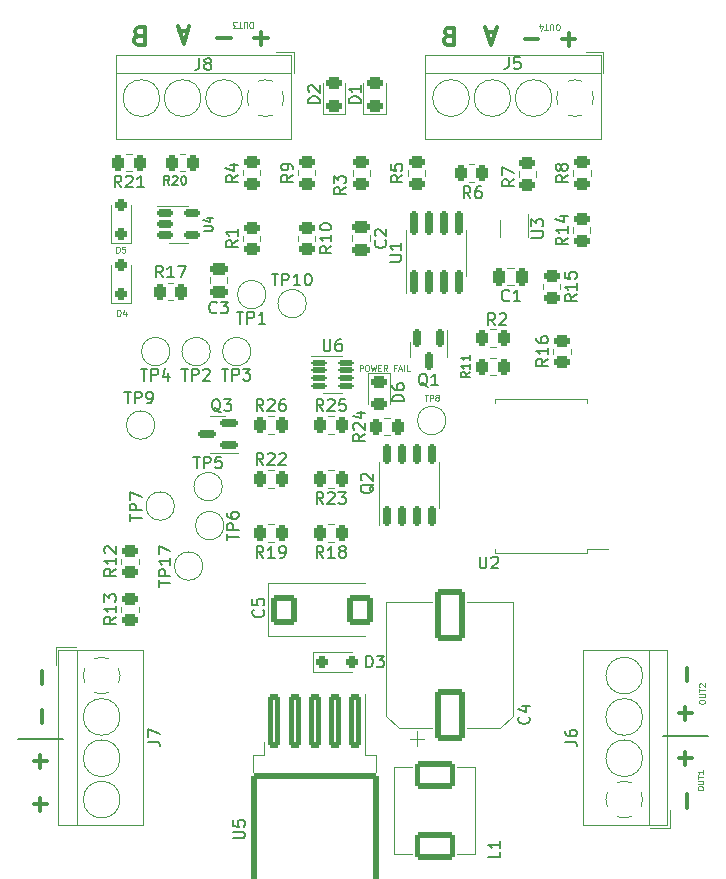
<source format=gto>
G04 #@! TF.GenerationSoftware,KiCad,Pcbnew,7.0.10*
G04 #@! TF.CreationDate,2024-03-17T21:58:49+02:00*
G04 #@! TF.ProjectId,MasterShield,4d617374-6572-4536-9869-656c642e6b69,rev?*
G04 #@! TF.SameCoordinates,Original*
G04 #@! TF.FileFunction,Legend,Top*
G04 #@! TF.FilePolarity,Positive*
%FSLAX46Y46*%
G04 Gerber Fmt 4.6, Leading zero omitted, Abs format (unit mm)*
G04 Created by KiCad (PCBNEW 7.0.10) date 2024-03-17 21:58:49*
%MOMM*%
%LPD*%
G01*
G04 APERTURE LIST*
G04 Aperture macros list*
%AMRoundRect*
0 Rectangle with rounded corners*
0 $1 Rounding radius*
0 $2 $3 $4 $5 $6 $7 $8 $9 X,Y pos of 4 corners*
0 Add a 4 corners polygon primitive as box body*
4,1,4,$2,$3,$4,$5,$6,$7,$8,$9,$2,$3,0*
0 Add four circle primitives for the rounded corners*
1,1,$1+$1,$2,$3*
1,1,$1+$1,$4,$5*
1,1,$1+$1,$6,$7*
1,1,$1+$1,$8,$9*
0 Add four rect primitives between the rounded corners*
20,1,$1+$1,$2,$3,$4,$5,0*
20,1,$1+$1,$4,$5,$6,$7,0*
20,1,$1+$1,$6,$7,$8,$9,0*
20,1,$1+$1,$8,$9,$2,$3,0*%
G04 Aperture macros list end*
%ADD10C,0.300000*%
%ADD11C,0.150000*%
%ADD12C,0.125000*%
%ADD13C,0.120000*%
%ADD14RoundRect,0.250000X0.262500X0.450000X-0.262500X0.450000X-0.262500X-0.450000X0.262500X-0.450000X0*%
%ADD15RoundRect,0.250000X-0.875000X-1.025000X0.875000X-1.025000X0.875000X1.025000X-0.875000X1.025000X0*%
%ADD16RoundRect,0.250000X0.450000X-0.262500X0.450000X0.262500X-0.450000X0.262500X-0.450000X-0.262500X0*%
%ADD17RoundRect,0.250000X-0.262500X-0.450000X0.262500X-0.450000X0.262500X0.450000X-0.262500X0.450000X0*%
%ADD18RoundRect,0.250000X0.250000X-0.250000X0.250000X0.250000X-0.250000X0.250000X-0.250000X-0.250000X0*%
%ADD19R,2.400000X2.400000*%
%ADD20C,2.400000*%
%ADD21C,2.000000*%
%ADD22RoundRect,0.250000X-0.450000X0.262500X-0.450000X-0.262500X0.450000X-0.262500X0.450000X0.262500X0*%
%ADD23RoundRect,0.250000X-0.250000X-0.250000X0.250000X-0.250000X0.250000X0.250000X-0.250000X0.250000X0*%
%ADD24RoundRect,0.150000X0.150000X-0.675000X0.150000X0.675000X-0.150000X0.675000X-0.150000X-0.675000X0*%
%ADD25R,0.400000X0.650000*%
%ADD26RoundRect,0.250000X-0.475000X0.250000X-0.475000X-0.250000X0.475000X-0.250000X0.475000X0.250000X0*%
%ADD27RoundRect,0.243750X0.456250X-0.243750X0.456250X0.243750X-0.456250X0.243750X-0.456250X-0.243750X0*%
%ADD28RoundRect,0.150000X-0.150000X0.587500X-0.150000X-0.587500X0.150000X-0.587500X0.150000X0.587500X0*%
%ADD29RoundRect,0.150000X-0.512500X-0.150000X0.512500X-0.150000X0.512500X0.150000X-0.512500X0.150000X0*%
%ADD30RoundRect,0.250000X0.250000X0.475000X-0.250000X0.475000X-0.250000X-0.475000X0.250000X-0.475000X0*%
%ADD31R,1.950000X0.550000*%
%ADD32RoundRect,0.250000X-0.300000X2.050000X-0.300000X-2.050000X0.300000X-2.050000X0.300000X2.050000X0*%
%ADD33RoundRect,0.250002X-5.149998X4.449998X-5.149998X-4.449998X5.149998X-4.449998X5.149998X4.449998X0*%
%ADD34RoundRect,0.250000X1.000000X-1.950000X1.000000X1.950000X-1.000000X1.950000X-1.000000X-1.950000X0*%
%ADD35RoundRect,0.150000X0.587500X0.150000X-0.587500X0.150000X-0.587500X-0.150000X0.587500X-0.150000X0*%
%ADD36RoundRect,0.243750X-0.456250X0.243750X-0.456250X-0.243750X0.456250X-0.243750X0.456250X0.243750X0*%
%ADD37RoundRect,0.150000X0.150000X-0.825000X0.150000X0.825000X-0.150000X0.825000X-0.150000X-0.825000X0*%
%ADD38RoundRect,0.235000X1.465000X-0.940000X1.465000X0.940000X-1.465000X0.940000X-1.465000X-0.940000X0*%
%ADD39RoundRect,0.125000X-0.537500X-0.125000X0.537500X-0.125000X0.537500X0.125000X-0.537500X0.125000X0*%
%ADD40R,1.700000X1.700000*%
%ADD41O,1.700000X1.700000*%
G04 APERTURE END LIST*
D10*
X200617461Y-118990400D02*
X199474604Y-118990400D01*
X200046032Y-119561828D02*
X200046032Y-118418971D01*
X241050224Y-54186800D02*
X242193082Y-54186800D01*
X200168800Y-110965757D02*
X200168800Y-112108615D01*
X200617461Y-115340094D02*
X199474604Y-115340094D01*
X200046032Y-115911522D02*
X200046032Y-114768665D01*
X245342889Y-54220400D02*
X244200032Y-54220400D01*
X244771460Y-54791828D02*
X244771460Y-53648971D01*
X234581289Y-53929914D02*
X234367003Y-54001342D01*
X234367003Y-54001342D02*
X234295574Y-54072771D01*
X234295574Y-54072771D02*
X234224146Y-54215628D01*
X234224146Y-54215628D02*
X234224146Y-54429914D01*
X234224146Y-54429914D02*
X234295574Y-54572771D01*
X234295574Y-54572771D02*
X234367003Y-54644200D01*
X234367003Y-54644200D02*
X234509860Y-54715628D01*
X234509860Y-54715628D02*
X235081289Y-54715628D01*
X235081289Y-54715628D02*
X235081289Y-53215628D01*
X235081289Y-53215628D02*
X234581289Y-53215628D01*
X234581289Y-53215628D02*
X234438432Y-53287057D01*
X234438432Y-53287057D02*
X234367003Y-53358485D01*
X234367003Y-53358485D02*
X234295574Y-53501342D01*
X234295574Y-53501342D02*
X234295574Y-53644200D01*
X234295574Y-53644200D02*
X234367003Y-53787057D01*
X234367003Y-53787057D02*
X234438432Y-53858485D01*
X234438432Y-53858485D02*
X234581289Y-53929914D01*
X234581289Y-53929914D02*
X235081289Y-53929914D01*
D11*
X252749160Y-113217666D02*
X256558684Y-113217666D01*
D10*
X254774828Y-118131110D02*
X254774828Y-119273968D01*
X255223489Y-115078800D02*
X254080632Y-115078800D01*
X254652060Y-115650228D02*
X254652060Y-114507371D01*
X215015224Y-54085200D02*
X216158082Y-54085200D01*
X211811082Y-53510542D02*
X212525368Y-53510542D01*
X211668225Y-53081971D02*
X212168225Y-54581971D01*
X212168225Y-54581971D02*
X212668225Y-53081971D01*
D12*
X217958895Y-53234190D02*
X217863657Y-53234190D01*
X217863657Y-53234190D02*
X217816038Y-53210380D01*
X217816038Y-53210380D02*
X217768419Y-53162761D01*
X217768419Y-53162761D02*
X217744609Y-53067523D01*
X217744609Y-53067523D02*
X217744609Y-52900857D01*
X217744609Y-52900857D02*
X217768419Y-52805619D01*
X217768419Y-52805619D02*
X217816038Y-52758000D01*
X217816038Y-52758000D02*
X217863657Y-52734190D01*
X217863657Y-52734190D02*
X217958895Y-52734190D01*
X217958895Y-52734190D02*
X218006514Y-52758000D01*
X218006514Y-52758000D02*
X218054133Y-52805619D01*
X218054133Y-52805619D02*
X218077942Y-52900857D01*
X218077942Y-52900857D02*
X218077942Y-53067523D01*
X218077942Y-53067523D02*
X218054133Y-53162761D01*
X218054133Y-53162761D02*
X218006514Y-53210380D01*
X218006514Y-53210380D02*
X217958895Y-53234190D01*
X217530323Y-53234190D02*
X217530323Y-52829428D01*
X217530323Y-52829428D02*
X217506513Y-52781809D01*
X217506513Y-52781809D02*
X217482704Y-52758000D01*
X217482704Y-52758000D02*
X217435085Y-52734190D01*
X217435085Y-52734190D02*
X217339847Y-52734190D01*
X217339847Y-52734190D02*
X217292228Y-52758000D01*
X217292228Y-52758000D02*
X217268418Y-52781809D01*
X217268418Y-52781809D02*
X217244609Y-52829428D01*
X217244609Y-52829428D02*
X217244609Y-53234190D01*
X217077941Y-53234190D02*
X216792227Y-53234190D01*
X216935084Y-52734190D02*
X216935084Y-53234190D01*
X216673180Y-53234190D02*
X216363656Y-53234190D01*
X216363656Y-53234190D02*
X216530323Y-53043714D01*
X216530323Y-53043714D02*
X216458894Y-53043714D01*
X216458894Y-53043714D02*
X216411275Y-53019904D01*
X216411275Y-53019904D02*
X216387466Y-52996095D01*
X216387466Y-52996095D02*
X216363656Y-52948476D01*
X216363656Y-52948476D02*
X216363656Y-52829428D01*
X216363656Y-52829428D02*
X216387466Y-52781809D01*
X216387466Y-52781809D02*
X216411275Y-52758000D01*
X216411275Y-52758000D02*
X216458894Y-52734190D01*
X216458894Y-52734190D02*
X216601751Y-52734190D01*
X216601751Y-52734190D02*
X216649370Y-52758000D01*
X216649370Y-52758000D02*
X216673180Y-52781809D01*
X255807609Y-110339095D02*
X255807609Y-110243857D01*
X255807609Y-110243857D02*
X255831419Y-110196238D01*
X255831419Y-110196238D02*
X255879038Y-110148619D01*
X255879038Y-110148619D02*
X255974276Y-110124809D01*
X255974276Y-110124809D02*
X256140942Y-110124809D01*
X256140942Y-110124809D02*
X256236180Y-110148619D01*
X256236180Y-110148619D02*
X256283800Y-110196238D01*
X256283800Y-110196238D02*
X256307609Y-110243857D01*
X256307609Y-110243857D02*
X256307609Y-110339095D01*
X256307609Y-110339095D02*
X256283800Y-110386714D01*
X256283800Y-110386714D02*
X256236180Y-110434333D01*
X256236180Y-110434333D02*
X256140942Y-110458142D01*
X256140942Y-110458142D02*
X255974276Y-110458142D01*
X255974276Y-110458142D02*
X255879038Y-110434333D01*
X255879038Y-110434333D02*
X255831419Y-110386714D01*
X255831419Y-110386714D02*
X255807609Y-110339095D01*
X255807609Y-109910523D02*
X256212371Y-109910523D01*
X256212371Y-109910523D02*
X256259990Y-109886713D01*
X256259990Y-109886713D02*
X256283800Y-109862904D01*
X256283800Y-109862904D02*
X256307609Y-109815285D01*
X256307609Y-109815285D02*
X256307609Y-109720047D01*
X256307609Y-109720047D02*
X256283800Y-109672428D01*
X256283800Y-109672428D02*
X256259990Y-109648618D01*
X256259990Y-109648618D02*
X256212371Y-109624809D01*
X256212371Y-109624809D02*
X255807609Y-109624809D01*
X255807609Y-109458141D02*
X255807609Y-109172427D01*
X256307609Y-109315284D02*
X255807609Y-109315284D01*
X255855228Y-109029570D02*
X255831419Y-109005761D01*
X255831419Y-109005761D02*
X255807609Y-108958142D01*
X255807609Y-108958142D02*
X255807609Y-108839094D01*
X255807609Y-108839094D02*
X255831419Y-108791475D01*
X255831419Y-108791475D02*
X255855228Y-108767666D01*
X255855228Y-108767666D02*
X255902847Y-108743856D01*
X255902847Y-108743856D02*
X255950466Y-108743856D01*
X255950466Y-108743856D02*
X256021895Y-108767666D01*
X256021895Y-108767666D02*
X256307609Y-109053380D01*
X256307609Y-109053380D02*
X256307609Y-108743856D01*
X243892295Y-53437390D02*
X243797057Y-53437390D01*
X243797057Y-53437390D02*
X243749438Y-53413580D01*
X243749438Y-53413580D02*
X243701819Y-53365961D01*
X243701819Y-53365961D02*
X243678009Y-53270723D01*
X243678009Y-53270723D02*
X243678009Y-53104057D01*
X243678009Y-53104057D02*
X243701819Y-53008819D01*
X243701819Y-53008819D02*
X243749438Y-52961200D01*
X243749438Y-52961200D02*
X243797057Y-52937390D01*
X243797057Y-52937390D02*
X243892295Y-52937390D01*
X243892295Y-52937390D02*
X243939914Y-52961200D01*
X243939914Y-52961200D02*
X243987533Y-53008819D01*
X243987533Y-53008819D02*
X244011342Y-53104057D01*
X244011342Y-53104057D02*
X244011342Y-53270723D01*
X244011342Y-53270723D02*
X243987533Y-53365961D01*
X243987533Y-53365961D02*
X243939914Y-53413580D01*
X243939914Y-53413580D02*
X243892295Y-53437390D01*
X243463723Y-53437390D02*
X243463723Y-53032628D01*
X243463723Y-53032628D02*
X243439913Y-52985009D01*
X243439913Y-52985009D02*
X243416104Y-52961200D01*
X243416104Y-52961200D02*
X243368485Y-52937390D01*
X243368485Y-52937390D02*
X243273247Y-52937390D01*
X243273247Y-52937390D02*
X243225628Y-52961200D01*
X243225628Y-52961200D02*
X243201818Y-52985009D01*
X243201818Y-52985009D02*
X243178009Y-53032628D01*
X243178009Y-53032628D02*
X243178009Y-53437390D01*
X243011341Y-53437390D02*
X242725627Y-53437390D01*
X242868484Y-52937390D02*
X242868484Y-53437390D01*
X242344675Y-53270723D02*
X242344675Y-52937390D01*
X242463723Y-53461200D02*
X242582770Y-53104057D01*
X242582770Y-53104057D02*
X242273247Y-53104057D01*
D10*
X200168800Y-107666310D02*
X200168800Y-108809168D01*
X208368489Y-53904514D02*
X208154203Y-53975942D01*
X208154203Y-53975942D02*
X208082774Y-54047371D01*
X208082774Y-54047371D02*
X208011346Y-54190228D01*
X208011346Y-54190228D02*
X208011346Y-54404514D01*
X208011346Y-54404514D02*
X208082774Y-54547371D01*
X208082774Y-54547371D02*
X208154203Y-54618800D01*
X208154203Y-54618800D02*
X208297060Y-54690228D01*
X208297060Y-54690228D02*
X208868489Y-54690228D01*
X208868489Y-54690228D02*
X208868489Y-53190228D01*
X208868489Y-53190228D02*
X208368489Y-53190228D01*
X208368489Y-53190228D02*
X208225632Y-53261657D01*
X208225632Y-53261657D02*
X208154203Y-53333085D01*
X208154203Y-53333085D02*
X208082774Y-53475942D01*
X208082774Y-53475942D02*
X208082774Y-53618800D01*
X208082774Y-53618800D02*
X208154203Y-53761657D01*
X208154203Y-53761657D02*
X208225632Y-53833085D01*
X208225632Y-53833085D02*
X208368489Y-53904514D01*
X208368489Y-53904514D02*
X208868489Y-53904514D01*
X255223489Y-111268800D02*
X254080632Y-111268800D01*
X254652060Y-111840228D02*
X254652060Y-110697371D01*
X219307889Y-54118800D02*
X218165032Y-54118800D01*
X218736460Y-54690228D02*
X218736460Y-53547371D01*
X254774828Y-107405016D02*
X254774828Y-108547874D01*
D11*
X198164560Y-113420866D02*
X201974084Y-113420866D01*
D12*
X255680609Y-117679695D02*
X255680609Y-117584457D01*
X255680609Y-117584457D02*
X255704419Y-117536838D01*
X255704419Y-117536838D02*
X255752038Y-117489219D01*
X255752038Y-117489219D02*
X255847276Y-117465409D01*
X255847276Y-117465409D02*
X256013942Y-117465409D01*
X256013942Y-117465409D02*
X256109180Y-117489219D01*
X256109180Y-117489219D02*
X256156800Y-117536838D01*
X256156800Y-117536838D02*
X256180609Y-117584457D01*
X256180609Y-117584457D02*
X256180609Y-117679695D01*
X256180609Y-117679695D02*
X256156800Y-117727314D01*
X256156800Y-117727314D02*
X256109180Y-117774933D01*
X256109180Y-117774933D02*
X256013942Y-117798742D01*
X256013942Y-117798742D02*
X255847276Y-117798742D01*
X255847276Y-117798742D02*
X255752038Y-117774933D01*
X255752038Y-117774933D02*
X255704419Y-117727314D01*
X255704419Y-117727314D02*
X255680609Y-117679695D01*
X255680609Y-117251123D02*
X256085371Y-117251123D01*
X256085371Y-117251123D02*
X256132990Y-117227313D01*
X256132990Y-117227313D02*
X256156800Y-117203504D01*
X256156800Y-117203504D02*
X256180609Y-117155885D01*
X256180609Y-117155885D02*
X256180609Y-117060647D01*
X256180609Y-117060647D02*
X256156800Y-117013028D01*
X256156800Y-117013028D02*
X256132990Y-116989218D01*
X256132990Y-116989218D02*
X256085371Y-116965409D01*
X256085371Y-116965409D02*
X255680609Y-116965409D01*
X255680609Y-116798741D02*
X255680609Y-116513027D01*
X256180609Y-116655884D02*
X255680609Y-116655884D01*
X256180609Y-116084456D02*
X256180609Y-116370170D01*
X256180609Y-116227313D02*
X255680609Y-116227313D01*
X255680609Y-116227313D02*
X255752038Y-116274932D01*
X255752038Y-116274932D02*
X255799657Y-116322551D01*
X255799657Y-116322551D02*
X255823466Y-116370170D01*
D10*
X237846082Y-53612142D02*
X238560368Y-53612142D01*
X237703225Y-53183571D02*
X238203225Y-54683571D01*
X238203225Y-54683571D02*
X238703225Y-53183571D01*
D11*
X206904142Y-66747819D02*
X206570809Y-66271628D01*
X206332714Y-66747819D02*
X206332714Y-65747819D01*
X206332714Y-65747819D02*
X206713666Y-65747819D01*
X206713666Y-65747819D02*
X206808904Y-65795438D01*
X206808904Y-65795438D02*
X206856523Y-65843057D01*
X206856523Y-65843057D02*
X206904142Y-65938295D01*
X206904142Y-65938295D02*
X206904142Y-66081152D01*
X206904142Y-66081152D02*
X206856523Y-66176390D01*
X206856523Y-66176390D02*
X206808904Y-66224009D01*
X206808904Y-66224009D02*
X206713666Y-66271628D01*
X206713666Y-66271628D02*
X206332714Y-66271628D01*
X207285095Y-65843057D02*
X207332714Y-65795438D01*
X207332714Y-65795438D02*
X207427952Y-65747819D01*
X207427952Y-65747819D02*
X207666047Y-65747819D01*
X207666047Y-65747819D02*
X207761285Y-65795438D01*
X207761285Y-65795438D02*
X207808904Y-65843057D01*
X207808904Y-65843057D02*
X207856523Y-65938295D01*
X207856523Y-65938295D02*
X207856523Y-66033533D01*
X207856523Y-66033533D02*
X207808904Y-66176390D01*
X207808904Y-66176390D02*
X207237476Y-66747819D01*
X207237476Y-66747819D02*
X207856523Y-66747819D01*
X208808904Y-66747819D02*
X208237476Y-66747819D01*
X208523190Y-66747819D02*
X208523190Y-65747819D01*
X208523190Y-65747819D02*
X208427952Y-65890676D01*
X208427952Y-65890676D02*
X208332714Y-65985914D01*
X208332714Y-65985914D02*
X208237476Y-66033533D01*
X223996642Y-98116819D02*
X223663309Y-97640628D01*
X223425214Y-98116819D02*
X223425214Y-97116819D01*
X223425214Y-97116819D02*
X223806166Y-97116819D01*
X223806166Y-97116819D02*
X223901404Y-97164438D01*
X223901404Y-97164438D02*
X223949023Y-97212057D01*
X223949023Y-97212057D02*
X223996642Y-97307295D01*
X223996642Y-97307295D02*
X223996642Y-97450152D01*
X223996642Y-97450152D02*
X223949023Y-97545390D01*
X223949023Y-97545390D02*
X223901404Y-97593009D01*
X223901404Y-97593009D02*
X223806166Y-97640628D01*
X223806166Y-97640628D02*
X223425214Y-97640628D01*
X224949023Y-98116819D02*
X224377595Y-98116819D01*
X224663309Y-98116819D02*
X224663309Y-97116819D01*
X224663309Y-97116819D02*
X224568071Y-97259676D01*
X224568071Y-97259676D02*
X224472833Y-97354914D01*
X224472833Y-97354914D02*
X224377595Y-97402533D01*
X225520452Y-97545390D02*
X225425214Y-97497771D01*
X225425214Y-97497771D02*
X225377595Y-97450152D01*
X225377595Y-97450152D02*
X225329976Y-97354914D01*
X225329976Y-97354914D02*
X225329976Y-97307295D01*
X225329976Y-97307295D02*
X225377595Y-97212057D01*
X225377595Y-97212057D02*
X225425214Y-97164438D01*
X225425214Y-97164438D02*
X225520452Y-97116819D01*
X225520452Y-97116819D02*
X225710928Y-97116819D01*
X225710928Y-97116819D02*
X225806166Y-97164438D01*
X225806166Y-97164438D02*
X225853785Y-97212057D01*
X225853785Y-97212057D02*
X225901404Y-97307295D01*
X225901404Y-97307295D02*
X225901404Y-97354914D01*
X225901404Y-97354914D02*
X225853785Y-97450152D01*
X225853785Y-97450152D02*
X225806166Y-97497771D01*
X225806166Y-97497771D02*
X225710928Y-97545390D01*
X225710928Y-97545390D02*
X225520452Y-97545390D01*
X225520452Y-97545390D02*
X225425214Y-97593009D01*
X225425214Y-97593009D02*
X225377595Y-97640628D01*
X225377595Y-97640628D02*
X225329976Y-97735866D01*
X225329976Y-97735866D02*
X225329976Y-97926342D01*
X225329976Y-97926342D02*
X225377595Y-98021580D01*
X225377595Y-98021580D02*
X225425214Y-98069200D01*
X225425214Y-98069200D02*
X225520452Y-98116819D01*
X225520452Y-98116819D02*
X225710928Y-98116819D01*
X225710928Y-98116819D02*
X225806166Y-98069200D01*
X225806166Y-98069200D02*
X225853785Y-98021580D01*
X225853785Y-98021580D02*
X225901404Y-97926342D01*
X225901404Y-97926342D02*
X225901404Y-97735866D01*
X225901404Y-97735866D02*
X225853785Y-97640628D01*
X225853785Y-97640628D02*
X225806166Y-97593009D01*
X225806166Y-97593009D02*
X225710928Y-97545390D01*
X218901180Y-102503266D02*
X218948800Y-102550885D01*
X218948800Y-102550885D02*
X218996419Y-102693742D01*
X218996419Y-102693742D02*
X218996419Y-102788980D01*
X218996419Y-102788980D02*
X218948800Y-102931837D01*
X218948800Y-102931837D02*
X218853561Y-103027075D01*
X218853561Y-103027075D02*
X218758323Y-103074694D01*
X218758323Y-103074694D02*
X218567847Y-103122313D01*
X218567847Y-103122313D02*
X218424990Y-103122313D01*
X218424990Y-103122313D02*
X218234514Y-103074694D01*
X218234514Y-103074694D02*
X218139276Y-103027075D01*
X218139276Y-103027075D02*
X218044038Y-102931837D01*
X218044038Y-102931837D02*
X217996419Y-102788980D01*
X217996419Y-102788980D02*
X217996419Y-102693742D01*
X217996419Y-102693742D02*
X218044038Y-102550885D01*
X218044038Y-102550885D02*
X218091657Y-102503266D01*
X217996419Y-101598504D02*
X217996419Y-102074694D01*
X217996419Y-102074694D02*
X218472609Y-102122313D01*
X218472609Y-102122313D02*
X218424990Y-102074694D01*
X218424990Y-102074694D02*
X218377371Y-101979456D01*
X218377371Y-101979456D02*
X218377371Y-101741361D01*
X218377371Y-101741361D02*
X218424990Y-101646123D01*
X218424990Y-101646123D02*
X218472609Y-101598504D01*
X218472609Y-101598504D02*
X218567847Y-101550885D01*
X218567847Y-101550885D02*
X218805942Y-101550885D01*
X218805942Y-101550885D02*
X218901180Y-101598504D01*
X218901180Y-101598504D02*
X218948800Y-101646123D01*
X218948800Y-101646123D02*
X218996419Y-101741361D01*
X218996419Y-101741361D02*
X218996419Y-101979456D01*
X218996419Y-101979456D02*
X218948800Y-102074694D01*
X218948800Y-102074694D02*
X218901180Y-102122313D01*
X244676819Y-71000857D02*
X244200628Y-71334190D01*
X244676819Y-71572285D02*
X243676819Y-71572285D01*
X243676819Y-71572285D02*
X243676819Y-71191333D01*
X243676819Y-71191333D02*
X243724438Y-71096095D01*
X243724438Y-71096095D02*
X243772057Y-71048476D01*
X243772057Y-71048476D02*
X243867295Y-71000857D01*
X243867295Y-71000857D02*
X244010152Y-71000857D01*
X244010152Y-71000857D02*
X244105390Y-71048476D01*
X244105390Y-71048476D02*
X244153009Y-71096095D01*
X244153009Y-71096095D02*
X244200628Y-71191333D01*
X244200628Y-71191333D02*
X244200628Y-71572285D01*
X244676819Y-70048476D02*
X244676819Y-70619904D01*
X244676819Y-70334190D02*
X243676819Y-70334190D01*
X243676819Y-70334190D02*
X243819676Y-70429428D01*
X243819676Y-70429428D02*
X243914914Y-70524666D01*
X243914914Y-70524666D02*
X243962533Y-70619904D01*
X244010152Y-69191333D02*
X244676819Y-69191333D01*
X243629200Y-69429428D02*
X244343485Y-69667523D01*
X244343485Y-69667523D02*
X244343485Y-69048476D01*
X206449819Y-103108357D02*
X205973628Y-103441690D01*
X206449819Y-103679785D02*
X205449819Y-103679785D01*
X205449819Y-103679785D02*
X205449819Y-103298833D01*
X205449819Y-103298833D02*
X205497438Y-103203595D01*
X205497438Y-103203595D02*
X205545057Y-103155976D01*
X205545057Y-103155976D02*
X205640295Y-103108357D01*
X205640295Y-103108357D02*
X205783152Y-103108357D01*
X205783152Y-103108357D02*
X205878390Y-103155976D01*
X205878390Y-103155976D02*
X205926009Y-103203595D01*
X205926009Y-103203595D02*
X205973628Y-103298833D01*
X205973628Y-103298833D02*
X205973628Y-103679785D01*
X206449819Y-102155976D02*
X206449819Y-102727404D01*
X206449819Y-102441690D02*
X205449819Y-102441690D01*
X205449819Y-102441690D02*
X205592676Y-102536928D01*
X205592676Y-102536928D02*
X205687914Y-102632166D01*
X205687914Y-102632166D02*
X205735533Y-102727404D01*
X205449819Y-101822642D02*
X205449819Y-101203595D01*
X205449819Y-101203595D02*
X205830771Y-101536928D01*
X205830771Y-101536928D02*
X205830771Y-101394071D01*
X205830771Y-101394071D02*
X205878390Y-101298833D01*
X205878390Y-101298833D02*
X205926009Y-101251214D01*
X205926009Y-101251214D02*
X206021247Y-101203595D01*
X206021247Y-101203595D02*
X206259342Y-101203595D01*
X206259342Y-101203595D02*
X206354580Y-101251214D01*
X206354580Y-101251214D02*
X206402200Y-101298833D01*
X206402200Y-101298833D02*
X206449819Y-101394071D01*
X206449819Y-101394071D02*
X206449819Y-101679785D01*
X206449819Y-101679785D02*
X206402200Y-101775023D01*
X206402200Y-101775023D02*
X206354580Y-101822642D01*
X227530819Y-87637857D02*
X227054628Y-87971190D01*
X227530819Y-88209285D02*
X226530819Y-88209285D01*
X226530819Y-88209285D02*
X226530819Y-87828333D01*
X226530819Y-87828333D02*
X226578438Y-87733095D01*
X226578438Y-87733095D02*
X226626057Y-87685476D01*
X226626057Y-87685476D02*
X226721295Y-87637857D01*
X226721295Y-87637857D02*
X226864152Y-87637857D01*
X226864152Y-87637857D02*
X226959390Y-87685476D01*
X226959390Y-87685476D02*
X227007009Y-87733095D01*
X227007009Y-87733095D02*
X227054628Y-87828333D01*
X227054628Y-87828333D02*
X227054628Y-88209285D01*
X226626057Y-87256904D02*
X226578438Y-87209285D01*
X226578438Y-87209285D02*
X226530819Y-87114047D01*
X226530819Y-87114047D02*
X226530819Y-86875952D01*
X226530819Y-86875952D02*
X226578438Y-86780714D01*
X226578438Y-86780714D02*
X226626057Y-86733095D01*
X226626057Y-86733095D02*
X226721295Y-86685476D01*
X226721295Y-86685476D02*
X226816533Y-86685476D01*
X226816533Y-86685476D02*
X226959390Y-86733095D01*
X226959390Y-86733095D02*
X227530819Y-87304523D01*
X227530819Y-87304523D02*
X227530819Y-86685476D01*
X226864152Y-85828333D02*
X227530819Y-85828333D01*
X226483200Y-86066428D02*
X227197485Y-86304523D01*
X227197485Y-86304523D02*
X227197485Y-85685476D01*
X210407642Y-74369819D02*
X210074309Y-73893628D01*
X209836214Y-74369819D02*
X209836214Y-73369819D01*
X209836214Y-73369819D02*
X210217166Y-73369819D01*
X210217166Y-73369819D02*
X210312404Y-73417438D01*
X210312404Y-73417438D02*
X210360023Y-73465057D01*
X210360023Y-73465057D02*
X210407642Y-73560295D01*
X210407642Y-73560295D02*
X210407642Y-73703152D01*
X210407642Y-73703152D02*
X210360023Y-73798390D01*
X210360023Y-73798390D02*
X210312404Y-73846009D01*
X210312404Y-73846009D02*
X210217166Y-73893628D01*
X210217166Y-73893628D02*
X209836214Y-73893628D01*
X211360023Y-74369819D02*
X210788595Y-74369819D01*
X211074309Y-74369819D02*
X211074309Y-73369819D01*
X211074309Y-73369819D02*
X210979071Y-73512676D01*
X210979071Y-73512676D02*
X210883833Y-73607914D01*
X210883833Y-73607914D02*
X210788595Y-73655533D01*
X211693357Y-73369819D02*
X212360023Y-73369819D01*
X212360023Y-73369819D02*
X211931452Y-74369819D01*
D12*
X206564752Y-77618609D02*
X206564752Y-77118609D01*
X206564752Y-77118609D02*
X206683800Y-77118609D01*
X206683800Y-77118609D02*
X206755228Y-77142419D01*
X206755228Y-77142419D02*
X206802847Y-77190038D01*
X206802847Y-77190038D02*
X206826657Y-77237657D01*
X206826657Y-77237657D02*
X206850466Y-77332895D01*
X206850466Y-77332895D02*
X206850466Y-77404323D01*
X206850466Y-77404323D02*
X206826657Y-77499561D01*
X206826657Y-77499561D02*
X206802847Y-77547180D01*
X206802847Y-77547180D02*
X206755228Y-77594800D01*
X206755228Y-77594800D02*
X206683800Y-77618609D01*
X206683800Y-77618609D02*
X206564752Y-77618609D01*
X207279038Y-77285276D02*
X207279038Y-77618609D01*
X207159990Y-77094800D02*
X207040943Y-77451942D01*
X207040943Y-77451942D02*
X207350466Y-77451942D01*
D11*
X230698675Y-65698666D02*
X230222484Y-66031999D01*
X230698675Y-66270094D02*
X229698675Y-66270094D01*
X229698675Y-66270094D02*
X229698675Y-65889142D01*
X229698675Y-65889142D02*
X229746294Y-65793904D01*
X229746294Y-65793904D02*
X229793913Y-65746285D01*
X229793913Y-65746285D02*
X229889151Y-65698666D01*
X229889151Y-65698666D02*
X230032008Y-65698666D01*
X230032008Y-65698666D02*
X230127246Y-65746285D01*
X230127246Y-65746285D02*
X230174865Y-65793904D01*
X230174865Y-65793904D02*
X230222484Y-65889142D01*
X230222484Y-65889142D02*
X230222484Y-66270094D01*
X229698675Y-64793904D02*
X229698675Y-65270094D01*
X229698675Y-65270094D02*
X230174865Y-65317713D01*
X230174865Y-65317713D02*
X230127246Y-65270094D01*
X230127246Y-65270094D02*
X230079627Y-65174856D01*
X230079627Y-65174856D02*
X230079627Y-64936761D01*
X230079627Y-64936761D02*
X230127246Y-64841523D01*
X230127246Y-64841523D02*
X230174865Y-64793904D01*
X230174865Y-64793904D02*
X230270103Y-64746285D01*
X230270103Y-64746285D02*
X230508198Y-64746285D01*
X230508198Y-64746285D02*
X230603436Y-64793904D01*
X230603436Y-64793904D02*
X230651056Y-64841523D01*
X230651056Y-64841523D02*
X230698675Y-64936761D01*
X230698675Y-64936761D02*
X230698675Y-65174856D01*
X230698675Y-65174856D02*
X230651056Y-65270094D01*
X230651056Y-65270094D02*
X230603436Y-65317713D01*
X210972856Y-66506164D02*
X210722856Y-66149021D01*
X210544285Y-66506164D02*
X210544285Y-65756164D01*
X210544285Y-65756164D02*
X210829999Y-65756164D01*
X210829999Y-65756164D02*
X210901428Y-65791878D01*
X210901428Y-65791878D02*
X210937142Y-65827592D01*
X210937142Y-65827592D02*
X210972856Y-65899021D01*
X210972856Y-65899021D02*
X210972856Y-66006164D01*
X210972856Y-66006164D02*
X210937142Y-66077592D01*
X210937142Y-66077592D02*
X210901428Y-66113307D01*
X210901428Y-66113307D02*
X210829999Y-66149021D01*
X210829999Y-66149021D02*
X210544285Y-66149021D01*
X211258571Y-65827592D02*
X211294285Y-65791878D01*
X211294285Y-65791878D02*
X211365714Y-65756164D01*
X211365714Y-65756164D02*
X211544285Y-65756164D01*
X211544285Y-65756164D02*
X211615714Y-65791878D01*
X211615714Y-65791878D02*
X211651428Y-65827592D01*
X211651428Y-65827592D02*
X211687142Y-65899021D01*
X211687142Y-65899021D02*
X211687142Y-65970450D01*
X211687142Y-65970450D02*
X211651428Y-66077592D01*
X211651428Y-66077592D02*
X211222856Y-66506164D01*
X211222856Y-66506164D02*
X211687142Y-66506164D01*
X212151428Y-65756164D02*
X212222857Y-65756164D01*
X212222857Y-65756164D02*
X212294285Y-65791878D01*
X212294285Y-65791878D02*
X212330000Y-65827592D01*
X212330000Y-65827592D02*
X212365714Y-65899021D01*
X212365714Y-65899021D02*
X212401428Y-66041878D01*
X212401428Y-66041878D02*
X212401428Y-66220450D01*
X212401428Y-66220450D02*
X212365714Y-66363307D01*
X212365714Y-66363307D02*
X212330000Y-66434735D01*
X212330000Y-66434735D02*
X212294285Y-66470450D01*
X212294285Y-66470450D02*
X212222857Y-66506164D01*
X212222857Y-66506164D02*
X212151428Y-66506164D01*
X212151428Y-66506164D02*
X212080000Y-66470450D01*
X212080000Y-66470450D02*
X212044285Y-66434735D01*
X212044285Y-66434735D02*
X212008571Y-66363307D01*
X212008571Y-66363307D02*
X211972857Y-66220450D01*
X211972857Y-66220450D02*
X211972857Y-66041878D01*
X211972857Y-66041878D02*
X212008571Y-65899021D01*
X212008571Y-65899021D02*
X212044285Y-65827592D01*
X212044285Y-65827592D02*
X212080000Y-65791878D01*
X212080000Y-65791878D02*
X212151428Y-65756164D01*
X239696666Y-55715819D02*
X239696666Y-56430104D01*
X239696666Y-56430104D02*
X239649047Y-56572961D01*
X239649047Y-56572961D02*
X239553809Y-56668200D01*
X239553809Y-56668200D02*
X239410952Y-56715819D01*
X239410952Y-56715819D02*
X239315714Y-56715819D01*
X240649047Y-55715819D02*
X240172857Y-55715819D01*
X240172857Y-55715819D02*
X240125238Y-56192009D01*
X240125238Y-56192009D02*
X240172857Y-56144390D01*
X240172857Y-56144390D02*
X240268095Y-56096771D01*
X240268095Y-56096771D02*
X240506190Y-56096771D01*
X240506190Y-56096771D02*
X240601428Y-56144390D01*
X240601428Y-56144390D02*
X240649047Y-56192009D01*
X240649047Y-56192009D02*
X240696666Y-56287247D01*
X240696666Y-56287247D02*
X240696666Y-56525342D01*
X240696666Y-56525342D02*
X240649047Y-56620580D01*
X240649047Y-56620580D02*
X240601428Y-56668200D01*
X240601428Y-56668200D02*
X240506190Y-56715819D01*
X240506190Y-56715819D02*
X240268095Y-56715819D01*
X240268095Y-56715819D02*
X240172857Y-56668200D01*
X240172857Y-56668200D02*
X240125238Y-56620580D01*
X207607819Y-94987904D02*
X207607819Y-94416476D01*
X208607819Y-94702190D02*
X207607819Y-94702190D01*
X208607819Y-94083142D02*
X207607819Y-94083142D01*
X207607819Y-94083142D02*
X207607819Y-93702190D01*
X207607819Y-93702190D02*
X207655438Y-93606952D01*
X207655438Y-93606952D02*
X207703057Y-93559333D01*
X207703057Y-93559333D02*
X207798295Y-93511714D01*
X207798295Y-93511714D02*
X207941152Y-93511714D01*
X207941152Y-93511714D02*
X208036390Y-93559333D01*
X208036390Y-93559333D02*
X208084009Y-93606952D01*
X208084009Y-93606952D02*
X208131628Y-93702190D01*
X208131628Y-93702190D02*
X208131628Y-94083142D01*
X207607819Y-93178380D02*
X207607819Y-92511714D01*
X207607819Y-92511714D02*
X208607819Y-92940285D01*
X238542533Y-78407419D02*
X238209200Y-77931228D01*
X237971105Y-78407419D02*
X237971105Y-77407419D01*
X237971105Y-77407419D02*
X238352057Y-77407419D01*
X238352057Y-77407419D02*
X238447295Y-77455038D01*
X238447295Y-77455038D02*
X238494914Y-77502657D01*
X238494914Y-77502657D02*
X238542533Y-77597895D01*
X238542533Y-77597895D02*
X238542533Y-77740752D01*
X238542533Y-77740752D02*
X238494914Y-77835990D01*
X238494914Y-77835990D02*
X238447295Y-77883609D01*
X238447295Y-77883609D02*
X238352057Y-77931228D01*
X238352057Y-77931228D02*
X237971105Y-77931228D01*
X238923486Y-77502657D02*
X238971105Y-77455038D01*
X238971105Y-77455038D02*
X239066343Y-77407419D01*
X239066343Y-77407419D02*
X239304438Y-77407419D01*
X239304438Y-77407419D02*
X239399676Y-77455038D01*
X239399676Y-77455038D02*
X239447295Y-77502657D01*
X239447295Y-77502657D02*
X239494914Y-77597895D01*
X239494914Y-77597895D02*
X239494914Y-77693133D01*
X239494914Y-77693133D02*
X239447295Y-77835990D01*
X239447295Y-77835990D02*
X238875867Y-78407419D01*
X238875867Y-78407419D02*
X239494914Y-78407419D01*
X219622905Y-74037819D02*
X220194333Y-74037819D01*
X219908619Y-75037819D02*
X219908619Y-74037819D01*
X220527667Y-75037819D02*
X220527667Y-74037819D01*
X220527667Y-74037819D02*
X220908619Y-74037819D01*
X220908619Y-74037819D02*
X221003857Y-74085438D01*
X221003857Y-74085438D02*
X221051476Y-74133057D01*
X221051476Y-74133057D02*
X221099095Y-74228295D01*
X221099095Y-74228295D02*
X221099095Y-74371152D01*
X221099095Y-74371152D02*
X221051476Y-74466390D01*
X221051476Y-74466390D02*
X221003857Y-74514009D01*
X221003857Y-74514009D02*
X220908619Y-74561628D01*
X220908619Y-74561628D02*
X220527667Y-74561628D01*
X222051476Y-75037819D02*
X221480048Y-75037819D01*
X221765762Y-75037819D02*
X221765762Y-74037819D01*
X221765762Y-74037819D02*
X221670524Y-74180676D01*
X221670524Y-74180676D02*
X221575286Y-74275914D01*
X221575286Y-74275914D02*
X221480048Y-74323533D01*
X222670524Y-74037819D02*
X222765762Y-74037819D01*
X222765762Y-74037819D02*
X222861000Y-74085438D01*
X222861000Y-74085438D02*
X222908619Y-74133057D01*
X222908619Y-74133057D02*
X222956238Y-74228295D01*
X222956238Y-74228295D02*
X223003857Y-74418771D01*
X223003857Y-74418771D02*
X223003857Y-74656866D01*
X223003857Y-74656866D02*
X222956238Y-74847342D01*
X222956238Y-74847342D02*
X222908619Y-74942580D01*
X222908619Y-74942580D02*
X222861000Y-74990200D01*
X222861000Y-74990200D02*
X222765762Y-75037819D01*
X222765762Y-75037819D02*
X222670524Y-75037819D01*
X222670524Y-75037819D02*
X222575286Y-74990200D01*
X222575286Y-74990200D02*
X222527667Y-74942580D01*
X222527667Y-74942580D02*
X222480048Y-74847342D01*
X222480048Y-74847342D02*
X222432429Y-74656866D01*
X222432429Y-74656866D02*
X222432429Y-74418771D01*
X222432429Y-74418771D02*
X222480048Y-74228295D01*
X222480048Y-74228295D02*
X222527667Y-74133057D01*
X222527667Y-74133057D02*
X222575286Y-74085438D01*
X222575286Y-74085438D02*
X222670524Y-74037819D01*
X216735819Y-65698666D02*
X216259628Y-66031999D01*
X216735819Y-66270094D02*
X215735819Y-66270094D01*
X215735819Y-66270094D02*
X215735819Y-65889142D01*
X215735819Y-65889142D02*
X215783438Y-65793904D01*
X215783438Y-65793904D02*
X215831057Y-65746285D01*
X215831057Y-65746285D02*
X215926295Y-65698666D01*
X215926295Y-65698666D02*
X216069152Y-65698666D01*
X216069152Y-65698666D02*
X216164390Y-65746285D01*
X216164390Y-65746285D02*
X216212009Y-65793904D01*
X216212009Y-65793904D02*
X216259628Y-65889142D01*
X216259628Y-65889142D02*
X216259628Y-66270094D01*
X216069152Y-64841523D02*
X216735819Y-64841523D01*
X215688200Y-65079618D02*
X216402485Y-65317713D01*
X216402485Y-65317713D02*
X216402485Y-64698666D01*
X218916642Y-90244819D02*
X218583309Y-89768628D01*
X218345214Y-90244819D02*
X218345214Y-89244819D01*
X218345214Y-89244819D02*
X218726166Y-89244819D01*
X218726166Y-89244819D02*
X218821404Y-89292438D01*
X218821404Y-89292438D02*
X218869023Y-89340057D01*
X218869023Y-89340057D02*
X218916642Y-89435295D01*
X218916642Y-89435295D02*
X218916642Y-89578152D01*
X218916642Y-89578152D02*
X218869023Y-89673390D01*
X218869023Y-89673390D02*
X218821404Y-89721009D01*
X218821404Y-89721009D02*
X218726166Y-89768628D01*
X218726166Y-89768628D02*
X218345214Y-89768628D01*
X219297595Y-89340057D02*
X219345214Y-89292438D01*
X219345214Y-89292438D02*
X219440452Y-89244819D01*
X219440452Y-89244819D02*
X219678547Y-89244819D01*
X219678547Y-89244819D02*
X219773785Y-89292438D01*
X219773785Y-89292438D02*
X219821404Y-89340057D01*
X219821404Y-89340057D02*
X219869023Y-89435295D01*
X219869023Y-89435295D02*
X219869023Y-89530533D01*
X219869023Y-89530533D02*
X219821404Y-89673390D01*
X219821404Y-89673390D02*
X219249976Y-90244819D01*
X219249976Y-90244819D02*
X219869023Y-90244819D01*
X220249976Y-89340057D02*
X220297595Y-89292438D01*
X220297595Y-89292438D02*
X220392833Y-89244819D01*
X220392833Y-89244819D02*
X220630928Y-89244819D01*
X220630928Y-89244819D02*
X220726166Y-89292438D01*
X220726166Y-89292438D02*
X220773785Y-89340057D01*
X220773785Y-89340057D02*
X220821404Y-89435295D01*
X220821404Y-89435295D02*
X220821404Y-89530533D01*
X220821404Y-89530533D02*
X220773785Y-89673390D01*
X220773785Y-89673390D02*
X220202357Y-90244819D01*
X220202357Y-90244819D02*
X220821404Y-90244819D01*
X210054819Y-100544094D02*
X210054819Y-99972666D01*
X211054819Y-100258380D02*
X210054819Y-100258380D01*
X211054819Y-99639332D02*
X210054819Y-99639332D01*
X210054819Y-99639332D02*
X210054819Y-99258380D01*
X210054819Y-99258380D02*
X210102438Y-99163142D01*
X210102438Y-99163142D02*
X210150057Y-99115523D01*
X210150057Y-99115523D02*
X210245295Y-99067904D01*
X210245295Y-99067904D02*
X210388152Y-99067904D01*
X210388152Y-99067904D02*
X210483390Y-99115523D01*
X210483390Y-99115523D02*
X210531009Y-99163142D01*
X210531009Y-99163142D02*
X210578628Y-99258380D01*
X210578628Y-99258380D02*
X210578628Y-99639332D01*
X211054819Y-98115523D02*
X211054819Y-98686951D01*
X211054819Y-98401237D02*
X210054819Y-98401237D01*
X210054819Y-98401237D02*
X210197676Y-98496475D01*
X210197676Y-98496475D02*
X210292914Y-98591713D01*
X210292914Y-98591713D02*
X210340533Y-98686951D01*
X210054819Y-97782189D02*
X210054819Y-97115523D01*
X210054819Y-97115523D02*
X211054819Y-97544094D01*
X227607905Y-107388819D02*
X227607905Y-106388819D01*
X227607905Y-106388819D02*
X227846000Y-106388819D01*
X227846000Y-106388819D02*
X227988857Y-106436438D01*
X227988857Y-106436438D02*
X228084095Y-106531676D01*
X228084095Y-106531676D02*
X228131714Y-106626914D01*
X228131714Y-106626914D02*
X228179333Y-106817390D01*
X228179333Y-106817390D02*
X228179333Y-106960247D01*
X228179333Y-106960247D02*
X228131714Y-107150723D01*
X228131714Y-107150723D02*
X228084095Y-107245961D01*
X228084095Y-107245961D02*
X227988857Y-107341200D01*
X227988857Y-107341200D02*
X227846000Y-107388819D01*
X227846000Y-107388819D02*
X227607905Y-107388819D01*
X228512667Y-106388819D02*
X229131714Y-106388819D01*
X229131714Y-106388819D02*
X228798381Y-106769771D01*
X228798381Y-106769771D02*
X228941238Y-106769771D01*
X228941238Y-106769771D02*
X229036476Y-106817390D01*
X229036476Y-106817390D02*
X229084095Y-106865009D01*
X229084095Y-106865009D02*
X229131714Y-106960247D01*
X229131714Y-106960247D02*
X229131714Y-107198342D01*
X229131714Y-107198342D02*
X229084095Y-107293580D01*
X229084095Y-107293580D02*
X229036476Y-107341200D01*
X229036476Y-107341200D02*
X228941238Y-107388819D01*
X228941238Y-107388819D02*
X228655524Y-107388819D01*
X228655524Y-107388819D02*
X228560286Y-107341200D01*
X228560286Y-107341200D02*
X228512667Y-107293580D01*
X228261057Y-91874238D02*
X228213438Y-91969476D01*
X228213438Y-91969476D02*
X228118200Y-92064714D01*
X228118200Y-92064714D02*
X227975342Y-92207571D01*
X227975342Y-92207571D02*
X227927723Y-92302809D01*
X227927723Y-92302809D02*
X227927723Y-92398047D01*
X228165819Y-92350428D02*
X228118200Y-92445666D01*
X228118200Y-92445666D02*
X228022961Y-92540904D01*
X228022961Y-92540904D02*
X227832485Y-92588523D01*
X227832485Y-92588523D02*
X227499152Y-92588523D01*
X227499152Y-92588523D02*
X227308676Y-92540904D01*
X227308676Y-92540904D02*
X227213438Y-92445666D01*
X227213438Y-92445666D02*
X227165819Y-92350428D01*
X227165819Y-92350428D02*
X227165819Y-92159952D01*
X227165819Y-92159952D02*
X227213438Y-92064714D01*
X227213438Y-92064714D02*
X227308676Y-91969476D01*
X227308676Y-91969476D02*
X227499152Y-91921857D01*
X227499152Y-91921857D02*
X227832485Y-91921857D01*
X227832485Y-91921857D02*
X228022961Y-91969476D01*
X228022961Y-91969476D02*
X228118200Y-92064714D01*
X228118200Y-92064714D02*
X228165819Y-92159952D01*
X228165819Y-92159952D02*
X228165819Y-92350428D01*
X227261057Y-91540904D02*
X227213438Y-91493285D01*
X227213438Y-91493285D02*
X227165819Y-91398047D01*
X227165819Y-91398047D02*
X227165819Y-91159952D01*
X227165819Y-91159952D02*
X227213438Y-91064714D01*
X227213438Y-91064714D02*
X227261057Y-91017095D01*
X227261057Y-91017095D02*
X227356295Y-90969476D01*
X227356295Y-90969476D02*
X227451533Y-90969476D01*
X227451533Y-90969476D02*
X227594390Y-91017095D01*
X227594390Y-91017095D02*
X228165819Y-91588523D01*
X228165819Y-91588523D02*
X228165819Y-90969476D01*
X241611819Y-70992904D02*
X242421342Y-70992904D01*
X242421342Y-70992904D02*
X242516580Y-70945285D01*
X242516580Y-70945285D02*
X242564200Y-70897666D01*
X242564200Y-70897666D02*
X242611819Y-70802428D01*
X242611819Y-70802428D02*
X242611819Y-70611952D01*
X242611819Y-70611952D02*
X242564200Y-70516714D01*
X242564200Y-70516714D02*
X242516580Y-70469095D01*
X242516580Y-70469095D02*
X242421342Y-70421476D01*
X242421342Y-70421476D02*
X241611819Y-70421476D01*
X241611819Y-70040523D02*
X241611819Y-69421476D01*
X241611819Y-69421476D02*
X241992771Y-69754809D01*
X241992771Y-69754809D02*
X241992771Y-69611952D01*
X241992771Y-69611952D02*
X242040390Y-69516714D01*
X242040390Y-69516714D02*
X242088009Y-69469095D01*
X242088009Y-69469095D02*
X242183247Y-69421476D01*
X242183247Y-69421476D02*
X242421342Y-69421476D01*
X242421342Y-69421476D02*
X242516580Y-69469095D01*
X242516580Y-69469095D02*
X242564200Y-69516714D01*
X242564200Y-69516714D02*
X242611819Y-69611952D01*
X242611819Y-69611952D02*
X242611819Y-69897666D01*
X242611819Y-69897666D02*
X242564200Y-69992904D01*
X242564200Y-69992904D02*
X242516580Y-70040523D01*
X211971095Y-82097819D02*
X212542523Y-82097819D01*
X212256809Y-83097819D02*
X212256809Y-82097819D01*
X212875857Y-83097819D02*
X212875857Y-82097819D01*
X212875857Y-82097819D02*
X213256809Y-82097819D01*
X213256809Y-82097819D02*
X213352047Y-82145438D01*
X213352047Y-82145438D02*
X213399666Y-82193057D01*
X213399666Y-82193057D02*
X213447285Y-82288295D01*
X213447285Y-82288295D02*
X213447285Y-82431152D01*
X213447285Y-82431152D02*
X213399666Y-82526390D01*
X213399666Y-82526390D02*
X213352047Y-82574009D01*
X213352047Y-82574009D02*
X213256809Y-82621628D01*
X213256809Y-82621628D02*
X212875857Y-82621628D01*
X213828238Y-82193057D02*
X213875857Y-82145438D01*
X213875857Y-82145438D02*
X213971095Y-82097819D01*
X213971095Y-82097819D02*
X214209190Y-82097819D01*
X214209190Y-82097819D02*
X214304428Y-82145438D01*
X214304428Y-82145438D02*
X214352047Y-82193057D01*
X214352047Y-82193057D02*
X214399666Y-82288295D01*
X214399666Y-82288295D02*
X214399666Y-82383533D01*
X214399666Y-82383533D02*
X214352047Y-82526390D01*
X214352047Y-82526390D02*
X213780619Y-83097819D01*
X213780619Y-83097819D02*
X214399666Y-83097819D01*
X214971333Y-77321580D02*
X214923714Y-77369200D01*
X214923714Y-77369200D02*
X214780857Y-77416819D01*
X214780857Y-77416819D02*
X214685619Y-77416819D01*
X214685619Y-77416819D02*
X214542762Y-77369200D01*
X214542762Y-77369200D02*
X214447524Y-77273961D01*
X214447524Y-77273961D02*
X214399905Y-77178723D01*
X214399905Y-77178723D02*
X214352286Y-76988247D01*
X214352286Y-76988247D02*
X214352286Y-76845390D01*
X214352286Y-76845390D02*
X214399905Y-76654914D01*
X214399905Y-76654914D02*
X214447524Y-76559676D01*
X214447524Y-76559676D02*
X214542762Y-76464438D01*
X214542762Y-76464438D02*
X214685619Y-76416819D01*
X214685619Y-76416819D02*
X214780857Y-76416819D01*
X214780857Y-76416819D02*
X214923714Y-76464438D01*
X214923714Y-76464438D02*
X214971333Y-76512057D01*
X215304667Y-76416819D02*
X215923714Y-76416819D01*
X215923714Y-76416819D02*
X215590381Y-76797771D01*
X215590381Y-76797771D02*
X215733238Y-76797771D01*
X215733238Y-76797771D02*
X215828476Y-76845390D01*
X215828476Y-76845390D02*
X215876095Y-76893009D01*
X215876095Y-76893009D02*
X215923714Y-76988247D01*
X215923714Y-76988247D02*
X215923714Y-77226342D01*
X215923714Y-77226342D02*
X215876095Y-77321580D01*
X215876095Y-77321580D02*
X215828476Y-77369200D01*
X215828476Y-77369200D02*
X215733238Y-77416819D01*
X215733238Y-77416819D02*
X215447524Y-77416819D01*
X215447524Y-77416819D02*
X215352286Y-77369200D01*
X215352286Y-77369200D02*
X215304667Y-77321580D01*
X236459733Y-67663219D02*
X236126400Y-67187028D01*
X235888305Y-67663219D02*
X235888305Y-66663219D01*
X235888305Y-66663219D02*
X236269257Y-66663219D01*
X236269257Y-66663219D02*
X236364495Y-66710838D01*
X236364495Y-66710838D02*
X236412114Y-66758457D01*
X236412114Y-66758457D02*
X236459733Y-66853695D01*
X236459733Y-66853695D02*
X236459733Y-66996552D01*
X236459733Y-66996552D02*
X236412114Y-67091790D01*
X236412114Y-67091790D02*
X236364495Y-67139409D01*
X236364495Y-67139409D02*
X236269257Y-67187028D01*
X236269257Y-67187028D02*
X235888305Y-67187028D01*
X237316876Y-66663219D02*
X237126400Y-66663219D01*
X237126400Y-66663219D02*
X237031162Y-66710838D01*
X237031162Y-66710838D02*
X236983543Y-66758457D01*
X236983543Y-66758457D02*
X236888305Y-66901314D01*
X236888305Y-66901314D02*
X236840686Y-67091790D01*
X236840686Y-67091790D02*
X236840686Y-67472742D01*
X236840686Y-67472742D02*
X236888305Y-67567980D01*
X236888305Y-67567980D02*
X236935924Y-67615600D01*
X236935924Y-67615600D02*
X237031162Y-67663219D01*
X237031162Y-67663219D02*
X237221638Y-67663219D01*
X237221638Y-67663219D02*
X237316876Y-67615600D01*
X237316876Y-67615600D02*
X237364495Y-67567980D01*
X237364495Y-67567980D02*
X237412114Y-67472742D01*
X237412114Y-67472742D02*
X237412114Y-67234647D01*
X237412114Y-67234647D02*
X237364495Y-67139409D01*
X237364495Y-67139409D02*
X237316876Y-67091790D01*
X237316876Y-67091790D02*
X237221638Y-67044171D01*
X237221638Y-67044171D02*
X237031162Y-67044171D01*
X237031162Y-67044171D02*
X236935924Y-67091790D01*
X236935924Y-67091790D02*
X236888305Y-67139409D01*
X236888305Y-67139409D02*
X236840686Y-67234647D01*
X223996642Y-93544819D02*
X223663309Y-93068628D01*
X223425214Y-93544819D02*
X223425214Y-92544819D01*
X223425214Y-92544819D02*
X223806166Y-92544819D01*
X223806166Y-92544819D02*
X223901404Y-92592438D01*
X223901404Y-92592438D02*
X223949023Y-92640057D01*
X223949023Y-92640057D02*
X223996642Y-92735295D01*
X223996642Y-92735295D02*
X223996642Y-92878152D01*
X223996642Y-92878152D02*
X223949023Y-92973390D01*
X223949023Y-92973390D02*
X223901404Y-93021009D01*
X223901404Y-93021009D02*
X223806166Y-93068628D01*
X223806166Y-93068628D02*
X223425214Y-93068628D01*
X224377595Y-92640057D02*
X224425214Y-92592438D01*
X224425214Y-92592438D02*
X224520452Y-92544819D01*
X224520452Y-92544819D02*
X224758547Y-92544819D01*
X224758547Y-92544819D02*
X224853785Y-92592438D01*
X224853785Y-92592438D02*
X224901404Y-92640057D01*
X224901404Y-92640057D02*
X224949023Y-92735295D01*
X224949023Y-92735295D02*
X224949023Y-92830533D01*
X224949023Y-92830533D02*
X224901404Y-92973390D01*
X224901404Y-92973390D02*
X224329976Y-93544819D01*
X224329976Y-93544819D02*
X224949023Y-93544819D01*
X225282357Y-92544819D02*
X225901404Y-92544819D01*
X225901404Y-92544819D02*
X225568071Y-92925771D01*
X225568071Y-92925771D02*
X225710928Y-92925771D01*
X225710928Y-92925771D02*
X225806166Y-92973390D01*
X225806166Y-92973390D02*
X225853785Y-93021009D01*
X225853785Y-93021009D02*
X225901404Y-93116247D01*
X225901404Y-93116247D02*
X225901404Y-93354342D01*
X225901404Y-93354342D02*
X225853785Y-93449580D01*
X225853785Y-93449580D02*
X225806166Y-93497200D01*
X225806166Y-93497200D02*
X225710928Y-93544819D01*
X225710928Y-93544819D02*
X225425214Y-93544819D01*
X225425214Y-93544819D02*
X225329976Y-93497200D01*
X225329976Y-93497200D02*
X225282357Y-93449580D01*
X216736819Y-71225666D02*
X216260628Y-71558999D01*
X216736819Y-71797094D02*
X215736819Y-71797094D01*
X215736819Y-71797094D02*
X215736819Y-71416142D01*
X215736819Y-71416142D02*
X215784438Y-71320904D01*
X215784438Y-71320904D02*
X215832057Y-71273285D01*
X215832057Y-71273285D02*
X215927295Y-71225666D01*
X215927295Y-71225666D02*
X216070152Y-71225666D01*
X216070152Y-71225666D02*
X216165390Y-71273285D01*
X216165390Y-71273285D02*
X216213009Y-71320904D01*
X216213009Y-71320904D02*
X216260628Y-71416142D01*
X216260628Y-71416142D02*
X216260628Y-71797094D01*
X216736819Y-70273285D02*
X216736819Y-70844713D01*
X216736819Y-70558999D02*
X215736819Y-70558999D01*
X215736819Y-70558999D02*
X215879676Y-70654237D01*
X215879676Y-70654237D02*
X215974914Y-70749475D01*
X215974914Y-70749475D02*
X216022533Y-70844713D01*
X207145095Y-84036819D02*
X207716523Y-84036819D01*
X207430809Y-85036819D02*
X207430809Y-84036819D01*
X208049857Y-85036819D02*
X208049857Y-84036819D01*
X208049857Y-84036819D02*
X208430809Y-84036819D01*
X208430809Y-84036819D02*
X208526047Y-84084438D01*
X208526047Y-84084438D02*
X208573666Y-84132057D01*
X208573666Y-84132057D02*
X208621285Y-84227295D01*
X208621285Y-84227295D02*
X208621285Y-84370152D01*
X208621285Y-84370152D02*
X208573666Y-84465390D01*
X208573666Y-84465390D02*
X208526047Y-84513009D01*
X208526047Y-84513009D02*
X208430809Y-84560628D01*
X208430809Y-84560628D02*
X208049857Y-84560628D01*
X209097476Y-85036819D02*
X209287952Y-85036819D01*
X209287952Y-85036819D02*
X209383190Y-84989200D01*
X209383190Y-84989200D02*
X209430809Y-84941580D01*
X209430809Y-84941580D02*
X209526047Y-84798723D01*
X209526047Y-84798723D02*
X209573666Y-84608247D01*
X209573666Y-84608247D02*
X209573666Y-84227295D01*
X209573666Y-84227295D02*
X209526047Y-84132057D01*
X209526047Y-84132057D02*
X209478428Y-84084438D01*
X209478428Y-84084438D02*
X209383190Y-84036819D01*
X209383190Y-84036819D02*
X209192714Y-84036819D01*
X209192714Y-84036819D02*
X209097476Y-84084438D01*
X209097476Y-84084438D02*
X209049857Y-84132057D01*
X209049857Y-84132057D02*
X209002238Y-84227295D01*
X209002238Y-84227295D02*
X209002238Y-84465390D01*
X209002238Y-84465390D02*
X209049857Y-84560628D01*
X209049857Y-84560628D02*
X209097476Y-84608247D01*
X209097476Y-84608247D02*
X209192714Y-84655866D01*
X209192714Y-84655866D02*
X209383190Y-84655866D01*
X209383190Y-84655866D02*
X209478428Y-84608247D01*
X209478428Y-84608247D02*
X209526047Y-84560628D01*
X209526047Y-84560628D02*
X209573666Y-84465390D01*
X227150819Y-59617594D02*
X226150819Y-59617594D01*
X226150819Y-59617594D02*
X226150819Y-59379499D01*
X226150819Y-59379499D02*
X226198438Y-59236642D01*
X226198438Y-59236642D02*
X226293676Y-59141404D01*
X226293676Y-59141404D02*
X226388914Y-59093785D01*
X226388914Y-59093785D02*
X226579390Y-59046166D01*
X226579390Y-59046166D02*
X226722247Y-59046166D01*
X226722247Y-59046166D02*
X226912723Y-59093785D01*
X226912723Y-59093785D02*
X227007961Y-59141404D01*
X227007961Y-59141404D02*
X227103200Y-59236642D01*
X227103200Y-59236642D02*
X227150819Y-59379499D01*
X227150819Y-59379499D02*
X227150819Y-59617594D01*
X227150819Y-58093785D02*
X227150819Y-58665213D01*
X227150819Y-58379499D02*
X226150819Y-58379499D01*
X226150819Y-58379499D02*
X226293676Y-58474737D01*
X226293676Y-58474737D02*
X226388914Y-58569975D01*
X226388914Y-58569975D02*
X226436533Y-58665213D01*
X215828819Y-96638904D02*
X215828819Y-96067476D01*
X216828819Y-96353190D02*
X215828819Y-96353190D01*
X216828819Y-95734142D02*
X215828819Y-95734142D01*
X215828819Y-95734142D02*
X215828819Y-95353190D01*
X215828819Y-95353190D02*
X215876438Y-95257952D01*
X215876438Y-95257952D02*
X215924057Y-95210333D01*
X215924057Y-95210333D02*
X216019295Y-95162714D01*
X216019295Y-95162714D02*
X216162152Y-95162714D01*
X216162152Y-95162714D02*
X216257390Y-95210333D01*
X216257390Y-95210333D02*
X216305009Y-95257952D01*
X216305009Y-95257952D02*
X216352628Y-95353190D01*
X216352628Y-95353190D02*
X216352628Y-95734142D01*
X215828819Y-94305571D02*
X215828819Y-94496047D01*
X215828819Y-94496047D02*
X215876438Y-94591285D01*
X215876438Y-94591285D02*
X215924057Y-94638904D01*
X215924057Y-94638904D02*
X216066914Y-94734142D01*
X216066914Y-94734142D02*
X216257390Y-94781761D01*
X216257390Y-94781761D02*
X216638342Y-94781761D01*
X216638342Y-94781761D02*
X216733580Y-94734142D01*
X216733580Y-94734142D02*
X216781200Y-94686523D01*
X216781200Y-94686523D02*
X216828819Y-94591285D01*
X216828819Y-94591285D02*
X216828819Y-94400809D01*
X216828819Y-94400809D02*
X216781200Y-94305571D01*
X216781200Y-94305571D02*
X216733580Y-94257952D01*
X216733580Y-94257952D02*
X216638342Y-94210333D01*
X216638342Y-94210333D02*
X216400247Y-94210333D01*
X216400247Y-94210333D02*
X216305009Y-94257952D01*
X216305009Y-94257952D02*
X216257390Y-94305571D01*
X216257390Y-94305571D02*
X216209771Y-94400809D01*
X216209771Y-94400809D02*
X216209771Y-94591285D01*
X216209771Y-94591285D02*
X216257390Y-94686523D01*
X216257390Y-94686523D02*
X216305009Y-94734142D01*
X216305009Y-94734142D02*
X216400247Y-94781761D01*
X224683485Y-71701857D02*
X224207294Y-72035190D01*
X224683485Y-72273285D02*
X223683485Y-72273285D01*
X223683485Y-72273285D02*
X223683485Y-71892333D01*
X223683485Y-71892333D02*
X223731104Y-71797095D01*
X223731104Y-71797095D02*
X223778723Y-71749476D01*
X223778723Y-71749476D02*
X223873961Y-71701857D01*
X223873961Y-71701857D02*
X224016818Y-71701857D01*
X224016818Y-71701857D02*
X224112056Y-71749476D01*
X224112056Y-71749476D02*
X224159675Y-71797095D01*
X224159675Y-71797095D02*
X224207294Y-71892333D01*
X224207294Y-71892333D02*
X224207294Y-72273285D01*
X224683485Y-70749476D02*
X224683485Y-71320904D01*
X224683485Y-71035190D02*
X223683485Y-71035190D01*
X223683485Y-71035190D02*
X223826342Y-71130428D01*
X223826342Y-71130428D02*
X223921580Y-71225666D01*
X223921580Y-71225666D02*
X223969199Y-71320904D01*
X223683485Y-70130428D02*
X223683485Y-70035190D01*
X223683485Y-70035190D02*
X223731104Y-69939952D01*
X223731104Y-69939952D02*
X223778723Y-69892333D01*
X223778723Y-69892333D02*
X223873961Y-69844714D01*
X223873961Y-69844714D02*
X224064437Y-69797095D01*
X224064437Y-69797095D02*
X224302532Y-69797095D01*
X224302532Y-69797095D02*
X224493008Y-69844714D01*
X224493008Y-69844714D02*
X224588246Y-69892333D01*
X224588246Y-69892333D02*
X224635866Y-69939952D01*
X224635866Y-69939952D02*
X224683485Y-70035190D01*
X224683485Y-70035190D02*
X224683485Y-70130428D01*
X224683485Y-70130428D02*
X224635866Y-70225666D01*
X224635866Y-70225666D02*
X224588246Y-70273285D01*
X224588246Y-70273285D02*
X224493008Y-70320904D01*
X224493008Y-70320904D02*
X224302532Y-70368523D01*
X224302532Y-70368523D02*
X224064437Y-70368523D01*
X224064437Y-70368523D02*
X223873961Y-70320904D01*
X223873961Y-70320904D02*
X223778723Y-70273285D01*
X223778723Y-70273285D02*
X223731104Y-70225666D01*
X223731104Y-70225666D02*
X223683485Y-70130428D01*
X232822761Y-83608057D02*
X232727523Y-83560438D01*
X232727523Y-83560438D02*
X232632285Y-83465200D01*
X232632285Y-83465200D02*
X232489428Y-83322342D01*
X232489428Y-83322342D02*
X232394190Y-83274723D01*
X232394190Y-83274723D02*
X232298952Y-83274723D01*
X232346571Y-83512819D02*
X232251333Y-83465200D01*
X232251333Y-83465200D02*
X232156095Y-83369961D01*
X232156095Y-83369961D02*
X232108476Y-83179485D01*
X232108476Y-83179485D02*
X232108476Y-82846152D01*
X232108476Y-82846152D02*
X232156095Y-82655676D01*
X232156095Y-82655676D02*
X232251333Y-82560438D01*
X232251333Y-82560438D02*
X232346571Y-82512819D01*
X232346571Y-82512819D02*
X232537047Y-82512819D01*
X232537047Y-82512819D02*
X232632285Y-82560438D01*
X232632285Y-82560438D02*
X232727523Y-82655676D01*
X232727523Y-82655676D02*
X232775142Y-82846152D01*
X232775142Y-82846152D02*
X232775142Y-83179485D01*
X232775142Y-83179485D02*
X232727523Y-83369961D01*
X232727523Y-83369961D02*
X232632285Y-83465200D01*
X232632285Y-83465200D02*
X232537047Y-83512819D01*
X232537047Y-83512819D02*
X232346571Y-83512819D01*
X233727523Y-83512819D02*
X233156095Y-83512819D01*
X233441809Y-83512819D02*
X233441809Y-82512819D01*
X233441809Y-82512819D02*
X233346571Y-82655676D01*
X233346571Y-82655676D02*
X233251333Y-82750914D01*
X233251333Y-82750914D02*
X233156095Y-82798533D01*
X213509266Y-55792019D02*
X213509266Y-56506304D01*
X213509266Y-56506304D02*
X213461647Y-56649161D01*
X213461647Y-56649161D02*
X213366409Y-56744400D01*
X213366409Y-56744400D02*
X213223552Y-56792019D01*
X213223552Y-56792019D02*
X213128314Y-56792019D01*
X214128314Y-56220590D02*
X214033076Y-56172971D01*
X214033076Y-56172971D02*
X213985457Y-56125352D01*
X213985457Y-56125352D02*
X213937838Y-56030114D01*
X213937838Y-56030114D02*
X213937838Y-55982495D01*
X213937838Y-55982495D02*
X213985457Y-55887257D01*
X213985457Y-55887257D02*
X214033076Y-55839638D01*
X214033076Y-55839638D02*
X214128314Y-55792019D01*
X214128314Y-55792019D02*
X214318790Y-55792019D01*
X214318790Y-55792019D02*
X214414028Y-55839638D01*
X214414028Y-55839638D02*
X214461647Y-55887257D01*
X214461647Y-55887257D02*
X214509266Y-55982495D01*
X214509266Y-55982495D02*
X214509266Y-56030114D01*
X214509266Y-56030114D02*
X214461647Y-56125352D01*
X214461647Y-56125352D02*
X214414028Y-56172971D01*
X214414028Y-56172971D02*
X214318790Y-56220590D01*
X214318790Y-56220590D02*
X214128314Y-56220590D01*
X214128314Y-56220590D02*
X214033076Y-56268209D01*
X214033076Y-56268209D02*
X213985457Y-56315828D01*
X213985457Y-56315828D02*
X213937838Y-56411066D01*
X213937838Y-56411066D02*
X213937838Y-56601542D01*
X213937838Y-56601542D02*
X213985457Y-56696780D01*
X213985457Y-56696780D02*
X214033076Y-56744400D01*
X214033076Y-56744400D02*
X214128314Y-56792019D01*
X214128314Y-56792019D02*
X214318790Y-56792019D01*
X214318790Y-56792019D02*
X214414028Y-56744400D01*
X214414028Y-56744400D02*
X214461647Y-56696780D01*
X214461647Y-56696780D02*
X214509266Y-56601542D01*
X214509266Y-56601542D02*
X214509266Y-56411066D01*
X214509266Y-56411066D02*
X214461647Y-56315828D01*
X214461647Y-56315828D02*
X214414028Y-56268209D01*
X214414028Y-56268209D02*
X214318790Y-56220590D01*
X213888964Y-70446828D02*
X214496107Y-70446828D01*
X214496107Y-70446828D02*
X214567535Y-70411114D01*
X214567535Y-70411114D02*
X214603250Y-70375400D01*
X214603250Y-70375400D02*
X214638964Y-70303971D01*
X214638964Y-70303971D02*
X214638964Y-70161114D01*
X214638964Y-70161114D02*
X214603250Y-70089685D01*
X214603250Y-70089685D02*
X214567535Y-70053971D01*
X214567535Y-70053971D02*
X214496107Y-70018257D01*
X214496107Y-70018257D02*
X213888964Y-70018257D01*
X214138964Y-69339686D02*
X214638964Y-69339686D01*
X213853250Y-69518257D02*
X214388964Y-69696828D01*
X214388964Y-69696828D02*
X214388964Y-69232543D01*
X209146819Y-113660333D02*
X209861104Y-113660333D01*
X209861104Y-113660333D02*
X210003961Y-113707952D01*
X210003961Y-113707952D02*
X210099200Y-113803190D01*
X210099200Y-113803190D02*
X210146819Y-113946047D01*
X210146819Y-113946047D02*
X210146819Y-114041285D01*
X209146819Y-113279380D02*
X209146819Y-112612714D01*
X209146819Y-112612714D02*
X210146819Y-113041285D01*
X239736333Y-76305580D02*
X239688714Y-76353200D01*
X239688714Y-76353200D02*
X239545857Y-76400819D01*
X239545857Y-76400819D02*
X239450619Y-76400819D01*
X239450619Y-76400819D02*
X239307762Y-76353200D01*
X239307762Y-76353200D02*
X239212524Y-76257961D01*
X239212524Y-76257961D02*
X239164905Y-76162723D01*
X239164905Y-76162723D02*
X239117286Y-75972247D01*
X239117286Y-75972247D02*
X239117286Y-75829390D01*
X239117286Y-75829390D02*
X239164905Y-75638914D01*
X239164905Y-75638914D02*
X239212524Y-75543676D01*
X239212524Y-75543676D02*
X239307762Y-75448438D01*
X239307762Y-75448438D02*
X239450619Y-75400819D01*
X239450619Y-75400819D02*
X239545857Y-75400819D01*
X239545857Y-75400819D02*
X239688714Y-75448438D01*
X239688714Y-75448438D02*
X239736333Y-75496057D01*
X240688714Y-76400819D02*
X240117286Y-76400819D01*
X240403000Y-76400819D02*
X240403000Y-75400819D01*
X240403000Y-75400819D02*
X240307762Y-75543676D01*
X240307762Y-75543676D02*
X240212524Y-75638914D01*
X240212524Y-75638914D02*
X240117286Y-75686533D01*
X221416271Y-65675166D02*
X220940080Y-66008499D01*
X221416271Y-66246594D02*
X220416271Y-66246594D01*
X220416271Y-66246594D02*
X220416271Y-65865642D01*
X220416271Y-65865642D02*
X220463890Y-65770404D01*
X220463890Y-65770404D02*
X220511509Y-65722785D01*
X220511509Y-65722785D02*
X220606747Y-65675166D01*
X220606747Y-65675166D02*
X220749604Y-65675166D01*
X220749604Y-65675166D02*
X220844842Y-65722785D01*
X220844842Y-65722785D02*
X220892461Y-65770404D01*
X220892461Y-65770404D02*
X220940080Y-65865642D01*
X220940080Y-65865642D02*
X220940080Y-66246594D01*
X221416271Y-65198975D02*
X221416271Y-65008499D01*
X221416271Y-65008499D02*
X221368652Y-64913261D01*
X221368652Y-64913261D02*
X221321032Y-64865642D01*
X221321032Y-64865642D02*
X221178175Y-64770404D01*
X221178175Y-64770404D02*
X220987699Y-64722785D01*
X220987699Y-64722785D02*
X220606747Y-64722785D01*
X220606747Y-64722785D02*
X220511509Y-64770404D01*
X220511509Y-64770404D02*
X220463890Y-64818023D01*
X220463890Y-64818023D02*
X220416271Y-64913261D01*
X220416271Y-64913261D02*
X220416271Y-65103737D01*
X220416271Y-65103737D02*
X220463890Y-65198975D01*
X220463890Y-65198975D02*
X220511509Y-65246594D01*
X220511509Y-65246594D02*
X220606747Y-65294213D01*
X220606747Y-65294213D02*
X220844842Y-65294213D01*
X220844842Y-65294213D02*
X220940080Y-65246594D01*
X220940080Y-65246594D02*
X220987699Y-65198975D01*
X220987699Y-65198975D02*
X221035318Y-65103737D01*
X221035318Y-65103737D02*
X221035318Y-64913261D01*
X221035318Y-64913261D02*
X220987699Y-64818023D01*
X220987699Y-64818023D02*
X220940080Y-64770404D01*
X220940080Y-64770404D02*
X220844842Y-64722785D01*
X243025819Y-81264357D02*
X242549628Y-81597690D01*
X243025819Y-81835785D02*
X242025819Y-81835785D01*
X242025819Y-81835785D02*
X242025819Y-81454833D01*
X242025819Y-81454833D02*
X242073438Y-81359595D01*
X242073438Y-81359595D02*
X242121057Y-81311976D01*
X242121057Y-81311976D02*
X242216295Y-81264357D01*
X242216295Y-81264357D02*
X242359152Y-81264357D01*
X242359152Y-81264357D02*
X242454390Y-81311976D01*
X242454390Y-81311976D02*
X242502009Y-81359595D01*
X242502009Y-81359595D02*
X242549628Y-81454833D01*
X242549628Y-81454833D02*
X242549628Y-81835785D01*
X243025819Y-80311976D02*
X243025819Y-80883404D01*
X243025819Y-80597690D02*
X242025819Y-80597690D01*
X242025819Y-80597690D02*
X242168676Y-80692928D01*
X242168676Y-80692928D02*
X242263914Y-80788166D01*
X242263914Y-80788166D02*
X242311533Y-80883404D01*
X242025819Y-79454833D02*
X242025819Y-79645309D01*
X242025819Y-79645309D02*
X242073438Y-79740547D01*
X242073438Y-79740547D02*
X242121057Y-79788166D01*
X242121057Y-79788166D02*
X242263914Y-79883404D01*
X242263914Y-79883404D02*
X242454390Y-79931023D01*
X242454390Y-79931023D02*
X242835342Y-79931023D01*
X242835342Y-79931023D02*
X242930580Y-79883404D01*
X242930580Y-79883404D02*
X242978200Y-79835785D01*
X242978200Y-79835785D02*
X243025819Y-79740547D01*
X243025819Y-79740547D02*
X243025819Y-79550071D01*
X243025819Y-79550071D02*
X242978200Y-79454833D01*
X242978200Y-79454833D02*
X242930580Y-79407214D01*
X242930580Y-79407214D02*
X242835342Y-79359595D01*
X242835342Y-79359595D02*
X242597247Y-79359595D01*
X242597247Y-79359595D02*
X242502009Y-79407214D01*
X242502009Y-79407214D02*
X242454390Y-79454833D01*
X242454390Y-79454833D02*
X242406771Y-79550071D01*
X242406771Y-79550071D02*
X242406771Y-79740547D01*
X242406771Y-79740547D02*
X242454390Y-79835785D01*
X242454390Y-79835785D02*
X242502009Y-79883404D01*
X242502009Y-79883404D02*
X242597247Y-79931023D01*
X223721819Y-59617594D02*
X222721819Y-59617594D01*
X222721819Y-59617594D02*
X222721819Y-59379499D01*
X222721819Y-59379499D02*
X222769438Y-59236642D01*
X222769438Y-59236642D02*
X222864676Y-59141404D01*
X222864676Y-59141404D02*
X222959914Y-59093785D01*
X222959914Y-59093785D02*
X223150390Y-59046166D01*
X223150390Y-59046166D02*
X223293247Y-59046166D01*
X223293247Y-59046166D02*
X223483723Y-59093785D01*
X223483723Y-59093785D02*
X223578961Y-59141404D01*
X223578961Y-59141404D02*
X223674200Y-59236642D01*
X223674200Y-59236642D02*
X223721819Y-59379499D01*
X223721819Y-59379499D02*
X223721819Y-59617594D01*
X222817057Y-58665213D02*
X222769438Y-58617594D01*
X222769438Y-58617594D02*
X222721819Y-58522356D01*
X222721819Y-58522356D02*
X222721819Y-58284261D01*
X222721819Y-58284261D02*
X222769438Y-58189023D01*
X222769438Y-58189023D02*
X222817057Y-58141404D01*
X222817057Y-58141404D02*
X222912295Y-58093785D01*
X222912295Y-58093785D02*
X223007533Y-58093785D01*
X223007533Y-58093785D02*
X223150390Y-58141404D01*
X223150390Y-58141404D02*
X223721819Y-58712832D01*
X223721819Y-58712832D02*
X223721819Y-58093785D01*
X212987095Y-89531819D02*
X213558523Y-89531819D01*
X213272809Y-90531819D02*
X213272809Y-89531819D01*
X213891857Y-90531819D02*
X213891857Y-89531819D01*
X213891857Y-89531819D02*
X214272809Y-89531819D01*
X214272809Y-89531819D02*
X214368047Y-89579438D01*
X214368047Y-89579438D02*
X214415666Y-89627057D01*
X214415666Y-89627057D02*
X214463285Y-89722295D01*
X214463285Y-89722295D02*
X214463285Y-89865152D01*
X214463285Y-89865152D02*
X214415666Y-89960390D01*
X214415666Y-89960390D02*
X214368047Y-90008009D01*
X214368047Y-90008009D02*
X214272809Y-90055628D01*
X214272809Y-90055628D02*
X213891857Y-90055628D01*
X215368047Y-89531819D02*
X214891857Y-89531819D01*
X214891857Y-89531819D02*
X214844238Y-90008009D01*
X214844238Y-90008009D02*
X214891857Y-89960390D01*
X214891857Y-89960390D02*
X214987095Y-89912771D01*
X214987095Y-89912771D02*
X215225190Y-89912771D01*
X215225190Y-89912771D02*
X215320428Y-89960390D01*
X215320428Y-89960390D02*
X215368047Y-90008009D01*
X215368047Y-90008009D02*
X215415666Y-90103247D01*
X215415666Y-90103247D02*
X215415666Y-90341342D01*
X215415666Y-90341342D02*
X215368047Y-90436580D01*
X215368047Y-90436580D02*
X215320428Y-90484200D01*
X215320428Y-90484200D02*
X215225190Y-90531819D01*
X215225190Y-90531819D02*
X214987095Y-90531819D01*
X214987095Y-90531819D02*
X214891857Y-90484200D01*
X214891857Y-90484200D02*
X214844238Y-90436580D01*
X237236095Y-98006819D02*
X237236095Y-98816342D01*
X237236095Y-98816342D02*
X237283714Y-98911580D01*
X237283714Y-98911580D02*
X237331333Y-98959200D01*
X237331333Y-98959200D02*
X237426571Y-99006819D01*
X237426571Y-99006819D02*
X237617047Y-99006819D01*
X237617047Y-99006819D02*
X237712285Y-98959200D01*
X237712285Y-98959200D02*
X237759904Y-98911580D01*
X237759904Y-98911580D02*
X237807523Y-98816342D01*
X237807523Y-98816342D02*
X237807523Y-98006819D01*
X238236095Y-98102057D02*
X238283714Y-98054438D01*
X238283714Y-98054438D02*
X238378952Y-98006819D01*
X238378952Y-98006819D02*
X238617047Y-98006819D01*
X238617047Y-98006819D02*
X238712285Y-98054438D01*
X238712285Y-98054438D02*
X238759904Y-98102057D01*
X238759904Y-98102057D02*
X238807523Y-98197295D01*
X238807523Y-98197295D02*
X238807523Y-98292533D01*
X238807523Y-98292533D02*
X238759904Y-98435390D01*
X238759904Y-98435390D02*
X238188476Y-99006819D01*
X238188476Y-99006819D02*
X238807523Y-99006819D01*
X218916642Y-85671819D02*
X218583309Y-85195628D01*
X218345214Y-85671819D02*
X218345214Y-84671819D01*
X218345214Y-84671819D02*
X218726166Y-84671819D01*
X218726166Y-84671819D02*
X218821404Y-84719438D01*
X218821404Y-84719438D02*
X218869023Y-84767057D01*
X218869023Y-84767057D02*
X218916642Y-84862295D01*
X218916642Y-84862295D02*
X218916642Y-85005152D01*
X218916642Y-85005152D02*
X218869023Y-85100390D01*
X218869023Y-85100390D02*
X218821404Y-85148009D01*
X218821404Y-85148009D02*
X218726166Y-85195628D01*
X218726166Y-85195628D02*
X218345214Y-85195628D01*
X219297595Y-84767057D02*
X219345214Y-84719438D01*
X219345214Y-84719438D02*
X219440452Y-84671819D01*
X219440452Y-84671819D02*
X219678547Y-84671819D01*
X219678547Y-84671819D02*
X219773785Y-84719438D01*
X219773785Y-84719438D02*
X219821404Y-84767057D01*
X219821404Y-84767057D02*
X219869023Y-84862295D01*
X219869023Y-84862295D02*
X219869023Y-84957533D01*
X219869023Y-84957533D02*
X219821404Y-85100390D01*
X219821404Y-85100390D02*
X219249976Y-85671819D01*
X219249976Y-85671819D02*
X219869023Y-85671819D01*
X220726166Y-84671819D02*
X220535690Y-84671819D01*
X220535690Y-84671819D02*
X220440452Y-84719438D01*
X220440452Y-84719438D02*
X220392833Y-84767057D01*
X220392833Y-84767057D02*
X220297595Y-84909914D01*
X220297595Y-84909914D02*
X220249976Y-85100390D01*
X220249976Y-85100390D02*
X220249976Y-85481342D01*
X220249976Y-85481342D02*
X220297595Y-85576580D01*
X220297595Y-85576580D02*
X220345214Y-85624200D01*
X220345214Y-85624200D02*
X220440452Y-85671819D01*
X220440452Y-85671819D02*
X220630928Y-85671819D01*
X220630928Y-85671819D02*
X220726166Y-85624200D01*
X220726166Y-85624200D02*
X220773785Y-85576580D01*
X220773785Y-85576580D02*
X220821404Y-85481342D01*
X220821404Y-85481342D02*
X220821404Y-85243247D01*
X220821404Y-85243247D02*
X220773785Y-85148009D01*
X220773785Y-85148009D02*
X220726166Y-85100390D01*
X220726166Y-85100390D02*
X220630928Y-85052771D01*
X220630928Y-85052771D02*
X220440452Y-85052771D01*
X220440452Y-85052771D02*
X220345214Y-85100390D01*
X220345214Y-85100390D02*
X220297595Y-85148009D01*
X220297595Y-85148009D02*
X220249976Y-85243247D01*
X245436819Y-75803357D02*
X244960628Y-76136690D01*
X245436819Y-76374785D02*
X244436819Y-76374785D01*
X244436819Y-76374785D02*
X244436819Y-75993833D01*
X244436819Y-75993833D02*
X244484438Y-75898595D01*
X244484438Y-75898595D02*
X244532057Y-75850976D01*
X244532057Y-75850976D02*
X244627295Y-75803357D01*
X244627295Y-75803357D02*
X244770152Y-75803357D01*
X244770152Y-75803357D02*
X244865390Y-75850976D01*
X244865390Y-75850976D02*
X244913009Y-75898595D01*
X244913009Y-75898595D02*
X244960628Y-75993833D01*
X244960628Y-75993833D02*
X244960628Y-76374785D01*
X245436819Y-74850976D02*
X245436819Y-75422404D01*
X245436819Y-75136690D02*
X244436819Y-75136690D01*
X244436819Y-75136690D02*
X244579676Y-75231928D01*
X244579676Y-75231928D02*
X244674914Y-75327166D01*
X244674914Y-75327166D02*
X244722533Y-75422404D01*
X244436819Y-73946214D02*
X244436819Y-74422404D01*
X244436819Y-74422404D02*
X244913009Y-74470023D01*
X244913009Y-74470023D02*
X244865390Y-74422404D01*
X244865390Y-74422404D02*
X244817771Y-74327166D01*
X244817771Y-74327166D02*
X244817771Y-74089071D01*
X244817771Y-74089071D02*
X244865390Y-73993833D01*
X244865390Y-73993833D02*
X244913009Y-73946214D01*
X244913009Y-73946214D02*
X245008247Y-73898595D01*
X245008247Y-73898595D02*
X245246342Y-73898595D01*
X245246342Y-73898595D02*
X245341580Y-73946214D01*
X245341580Y-73946214D02*
X245389200Y-73993833D01*
X245389200Y-73993833D02*
X245436819Y-74089071D01*
X245436819Y-74089071D02*
X245436819Y-74327166D01*
X245436819Y-74327166D02*
X245389200Y-74422404D01*
X245389200Y-74422404D02*
X245341580Y-74470023D01*
X208542095Y-82097819D02*
X209113523Y-82097819D01*
X208827809Y-83097819D02*
X208827809Y-82097819D01*
X209446857Y-83097819D02*
X209446857Y-82097819D01*
X209446857Y-82097819D02*
X209827809Y-82097819D01*
X209827809Y-82097819D02*
X209923047Y-82145438D01*
X209923047Y-82145438D02*
X209970666Y-82193057D01*
X209970666Y-82193057D02*
X210018285Y-82288295D01*
X210018285Y-82288295D02*
X210018285Y-82431152D01*
X210018285Y-82431152D02*
X209970666Y-82526390D01*
X209970666Y-82526390D02*
X209923047Y-82574009D01*
X209923047Y-82574009D02*
X209827809Y-82621628D01*
X209827809Y-82621628D02*
X209446857Y-82621628D01*
X210875428Y-82431152D02*
X210875428Y-83097819D01*
X210637333Y-82050200D02*
X210399238Y-82764485D01*
X210399238Y-82764485D02*
X211018285Y-82764485D01*
X215400095Y-82097819D02*
X215971523Y-82097819D01*
X215685809Y-83097819D02*
X215685809Y-82097819D01*
X216304857Y-83097819D02*
X216304857Y-82097819D01*
X216304857Y-82097819D02*
X216685809Y-82097819D01*
X216685809Y-82097819D02*
X216781047Y-82145438D01*
X216781047Y-82145438D02*
X216828666Y-82193057D01*
X216828666Y-82193057D02*
X216876285Y-82288295D01*
X216876285Y-82288295D02*
X216876285Y-82431152D01*
X216876285Y-82431152D02*
X216828666Y-82526390D01*
X216828666Y-82526390D02*
X216781047Y-82574009D01*
X216781047Y-82574009D02*
X216685809Y-82621628D01*
X216685809Y-82621628D02*
X216304857Y-82621628D01*
X217209619Y-82097819D02*
X217828666Y-82097819D01*
X217828666Y-82097819D02*
X217495333Y-82478771D01*
X217495333Y-82478771D02*
X217638190Y-82478771D01*
X217638190Y-82478771D02*
X217733428Y-82526390D01*
X217733428Y-82526390D02*
X217781047Y-82574009D01*
X217781047Y-82574009D02*
X217828666Y-82669247D01*
X217828666Y-82669247D02*
X217828666Y-82907342D01*
X217828666Y-82907342D02*
X217781047Y-83002580D01*
X217781047Y-83002580D02*
X217733428Y-83050200D01*
X217733428Y-83050200D02*
X217638190Y-83097819D01*
X217638190Y-83097819D02*
X217352476Y-83097819D01*
X217352476Y-83097819D02*
X217257238Y-83050200D01*
X217257238Y-83050200D02*
X217209619Y-83002580D01*
X216370819Y-121865904D02*
X217180342Y-121865904D01*
X217180342Y-121865904D02*
X217275580Y-121818285D01*
X217275580Y-121818285D02*
X217323200Y-121770666D01*
X217323200Y-121770666D02*
X217370819Y-121675428D01*
X217370819Y-121675428D02*
X217370819Y-121484952D01*
X217370819Y-121484952D02*
X217323200Y-121389714D01*
X217323200Y-121389714D02*
X217275580Y-121342095D01*
X217275580Y-121342095D02*
X217180342Y-121294476D01*
X217180342Y-121294476D02*
X216370819Y-121294476D01*
X216370819Y-120342095D02*
X216370819Y-120818285D01*
X216370819Y-120818285D02*
X216847009Y-120865904D01*
X216847009Y-120865904D02*
X216799390Y-120818285D01*
X216799390Y-120818285D02*
X216751771Y-120723047D01*
X216751771Y-120723047D02*
X216751771Y-120484952D01*
X216751771Y-120484952D02*
X216799390Y-120389714D01*
X216799390Y-120389714D02*
X216847009Y-120342095D01*
X216847009Y-120342095D02*
X216942247Y-120294476D01*
X216942247Y-120294476D02*
X217180342Y-120294476D01*
X217180342Y-120294476D02*
X217275580Y-120342095D01*
X217275580Y-120342095D02*
X217323200Y-120389714D01*
X217323200Y-120389714D02*
X217370819Y-120484952D01*
X217370819Y-120484952D02*
X217370819Y-120723047D01*
X217370819Y-120723047D02*
X217323200Y-120818285D01*
X217323200Y-120818285D02*
X217275580Y-120865904D01*
X216670095Y-77271819D02*
X217241523Y-77271819D01*
X216955809Y-78271819D02*
X216955809Y-77271819D01*
X217574857Y-78271819D02*
X217574857Y-77271819D01*
X217574857Y-77271819D02*
X217955809Y-77271819D01*
X217955809Y-77271819D02*
X218051047Y-77319438D01*
X218051047Y-77319438D02*
X218098666Y-77367057D01*
X218098666Y-77367057D02*
X218146285Y-77462295D01*
X218146285Y-77462295D02*
X218146285Y-77605152D01*
X218146285Y-77605152D02*
X218098666Y-77700390D01*
X218098666Y-77700390D02*
X218051047Y-77748009D01*
X218051047Y-77748009D02*
X217955809Y-77795628D01*
X217955809Y-77795628D02*
X217574857Y-77795628D01*
X219098666Y-78271819D02*
X218527238Y-78271819D01*
X218812952Y-78271819D02*
X218812952Y-77271819D01*
X218812952Y-77271819D02*
X218717714Y-77414676D01*
X218717714Y-77414676D02*
X218622476Y-77509914D01*
X218622476Y-77509914D02*
X218527238Y-77557533D01*
X244473619Y-113660333D02*
X245187904Y-113660333D01*
X245187904Y-113660333D02*
X245330761Y-113707952D01*
X245330761Y-113707952D02*
X245426000Y-113803190D01*
X245426000Y-113803190D02*
X245473619Y-113946047D01*
X245473619Y-113946047D02*
X245473619Y-114041285D01*
X244473619Y-112755571D02*
X244473619Y-112946047D01*
X244473619Y-112946047D02*
X244521238Y-113041285D01*
X244521238Y-113041285D02*
X244568857Y-113088904D01*
X244568857Y-113088904D02*
X244711714Y-113184142D01*
X244711714Y-113184142D02*
X244902190Y-113231761D01*
X244902190Y-113231761D02*
X245283142Y-113231761D01*
X245283142Y-113231761D02*
X245378380Y-113184142D01*
X245378380Y-113184142D02*
X245426000Y-113136523D01*
X245426000Y-113136523D02*
X245473619Y-113041285D01*
X245473619Y-113041285D02*
X245473619Y-112850809D01*
X245473619Y-112850809D02*
X245426000Y-112755571D01*
X245426000Y-112755571D02*
X245378380Y-112707952D01*
X245378380Y-112707952D02*
X245283142Y-112660333D01*
X245283142Y-112660333D02*
X245045047Y-112660333D01*
X245045047Y-112660333D02*
X244949809Y-112707952D01*
X244949809Y-112707952D02*
X244902190Y-112755571D01*
X244902190Y-112755571D02*
X244854571Y-112850809D01*
X244854571Y-112850809D02*
X244854571Y-113041285D01*
X244854571Y-113041285D02*
X244902190Y-113136523D01*
X244902190Y-113136523D02*
X244949809Y-113184142D01*
X244949809Y-113184142D02*
X245045047Y-113231761D01*
X240154619Y-66054266D02*
X239678428Y-66387599D01*
X240154619Y-66625694D02*
X239154619Y-66625694D01*
X239154619Y-66625694D02*
X239154619Y-66244742D01*
X239154619Y-66244742D02*
X239202238Y-66149504D01*
X239202238Y-66149504D02*
X239249857Y-66101885D01*
X239249857Y-66101885D02*
X239345095Y-66054266D01*
X239345095Y-66054266D02*
X239487952Y-66054266D01*
X239487952Y-66054266D02*
X239583190Y-66101885D01*
X239583190Y-66101885D02*
X239630809Y-66149504D01*
X239630809Y-66149504D02*
X239678428Y-66244742D01*
X239678428Y-66244742D02*
X239678428Y-66625694D01*
X239154619Y-65720932D02*
X239154619Y-65054266D01*
X239154619Y-65054266D02*
X240154619Y-65482837D01*
X244694319Y-65698666D02*
X244218128Y-66031999D01*
X244694319Y-66270094D02*
X243694319Y-66270094D01*
X243694319Y-66270094D02*
X243694319Y-65889142D01*
X243694319Y-65889142D02*
X243741938Y-65793904D01*
X243741938Y-65793904D02*
X243789557Y-65746285D01*
X243789557Y-65746285D02*
X243884795Y-65698666D01*
X243884795Y-65698666D02*
X244027652Y-65698666D01*
X244027652Y-65698666D02*
X244122890Y-65746285D01*
X244122890Y-65746285D02*
X244170509Y-65793904D01*
X244170509Y-65793904D02*
X244218128Y-65889142D01*
X244218128Y-65889142D02*
X244218128Y-66270094D01*
X244122890Y-65127237D02*
X244075271Y-65222475D01*
X244075271Y-65222475D02*
X244027652Y-65270094D01*
X244027652Y-65270094D02*
X243932414Y-65317713D01*
X243932414Y-65317713D02*
X243884795Y-65317713D01*
X243884795Y-65317713D02*
X243789557Y-65270094D01*
X243789557Y-65270094D02*
X243741938Y-65222475D01*
X243741938Y-65222475D02*
X243694319Y-65127237D01*
X243694319Y-65127237D02*
X243694319Y-64936761D01*
X243694319Y-64936761D02*
X243741938Y-64841523D01*
X243741938Y-64841523D02*
X243789557Y-64793904D01*
X243789557Y-64793904D02*
X243884795Y-64746285D01*
X243884795Y-64746285D02*
X243932414Y-64746285D01*
X243932414Y-64746285D02*
X244027652Y-64793904D01*
X244027652Y-64793904D02*
X244075271Y-64841523D01*
X244075271Y-64841523D02*
X244122890Y-64936761D01*
X244122890Y-64936761D02*
X244122890Y-65127237D01*
X244122890Y-65127237D02*
X244170509Y-65222475D01*
X244170509Y-65222475D02*
X244218128Y-65270094D01*
X244218128Y-65270094D02*
X244313366Y-65317713D01*
X244313366Y-65317713D02*
X244503842Y-65317713D01*
X244503842Y-65317713D02*
X244599080Y-65270094D01*
X244599080Y-65270094D02*
X244646700Y-65222475D01*
X244646700Y-65222475D02*
X244694319Y-65127237D01*
X244694319Y-65127237D02*
X244694319Y-64936761D01*
X244694319Y-64936761D02*
X244646700Y-64841523D01*
X244646700Y-64841523D02*
X244599080Y-64793904D01*
X244599080Y-64793904D02*
X244503842Y-64746285D01*
X244503842Y-64746285D02*
X244313366Y-64746285D01*
X244313366Y-64746285D02*
X244218128Y-64793904D01*
X244218128Y-64793904D02*
X244170509Y-64841523D01*
X244170509Y-64841523D02*
X244122890Y-64936761D01*
X229242580Y-71225666D02*
X229290200Y-71273285D01*
X229290200Y-71273285D02*
X229337819Y-71416142D01*
X229337819Y-71416142D02*
X229337819Y-71511380D01*
X229337819Y-71511380D02*
X229290200Y-71654237D01*
X229290200Y-71654237D02*
X229194961Y-71749475D01*
X229194961Y-71749475D02*
X229099723Y-71797094D01*
X229099723Y-71797094D02*
X228909247Y-71844713D01*
X228909247Y-71844713D02*
X228766390Y-71844713D01*
X228766390Y-71844713D02*
X228575914Y-71797094D01*
X228575914Y-71797094D02*
X228480676Y-71749475D01*
X228480676Y-71749475D02*
X228385438Y-71654237D01*
X228385438Y-71654237D02*
X228337819Y-71511380D01*
X228337819Y-71511380D02*
X228337819Y-71416142D01*
X228337819Y-71416142D02*
X228385438Y-71273285D01*
X228385438Y-71273285D02*
X228433057Y-71225666D01*
X228433057Y-70844713D02*
X228385438Y-70797094D01*
X228385438Y-70797094D02*
X228337819Y-70701856D01*
X228337819Y-70701856D02*
X228337819Y-70463761D01*
X228337819Y-70463761D02*
X228385438Y-70368523D01*
X228385438Y-70368523D02*
X228433057Y-70320904D01*
X228433057Y-70320904D02*
X228528295Y-70273285D01*
X228528295Y-70273285D02*
X228623533Y-70273285D01*
X228623533Y-70273285D02*
X228766390Y-70320904D01*
X228766390Y-70320904D02*
X229337819Y-70892332D01*
X229337819Y-70892332D02*
X229337819Y-70273285D01*
D12*
X206488552Y-72259209D02*
X206488552Y-71759209D01*
X206488552Y-71759209D02*
X206607600Y-71759209D01*
X206607600Y-71759209D02*
X206679028Y-71783019D01*
X206679028Y-71783019D02*
X206726647Y-71830638D01*
X206726647Y-71830638D02*
X206750457Y-71878257D01*
X206750457Y-71878257D02*
X206774266Y-71973495D01*
X206774266Y-71973495D02*
X206774266Y-72044923D01*
X206774266Y-72044923D02*
X206750457Y-72140161D01*
X206750457Y-72140161D02*
X206726647Y-72187780D01*
X206726647Y-72187780D02*
X206679028Y-72235400D01*
X206679028Y-72235400D02*
X206607600Y-72259209D01*
X206607600Y-72259209D02*
X206488552Y-72259209D01*
X207226647Y-71759209D02*
X206988552Y-71759209D01*
X206988552Y-71759209D02*
X206964743Y-71997304D01*
X206964743Y-71997304D02*
X206988552Y-71973495D01*
X206988552Y-71973495D02*
X207036171Y-71949685D01*
X207036171Y-71949685D02*
X207155219Y-71949685D01*
X207155219Y-71949685D02*
X207202838Y-71973495D01*
X207202838Y-71973495D02*
X207226647Y-71997304D01*
X207226647Y-71997304D02*
X207250457Y-72044923D01*
X207250457Y-72044923D02*
X207250457Y-72163971D01*
X207250457Y-72163971D02*
X207226647Y-72211590D01*
X207226647Y-72211590D02*
X207202838Y-72235400D01*
X207202838Y-72235400D02*
X207155219Y-72259209D01*
X207155219Y-72259209D02*
X207036171Y-72259209D01*
X207036171Y-72259209D02*
X206988552Y-72235400D01*
X206988552Y-72235400D02*
X206964743Y-72211590D01*
D11*
X241405580Y-111545666D02*
X241453200Y-111593285D01*
X241453200Y-111593285D02*
X241500819Y-111736142D01*
X241500819Y-111736142D02*
X241500819Y-111831380D01*
X241500819Y-111831380D02*
X241453200Y-111974237D01*
X241453200Y-111974237D02*
X241357961Y-112069475D01*
X241357961Y-112069475D02*
X241262723Y-112117094D01*
X241262723Y-112117094D02*
X241072247Y-112164713D01*
X241072247Y-112164713D02*
X240929390Y-112164713D01*
X240929390Y-112164713D02*
X240738914Y-112117094D01*
X240738914Y-112117094D02*
X240643676Y-112069475D01*
X240643676Y-112069475D02*
X240548438Y-111974237D01*
X240548438Y-111974237D02*
X240500819Y-111831380D01*
X240500819Y-111831380D02*
X240500819Y-111736142D01*
X240500819Y-111736142D02*
X240548438Y-111593285D01*
X240548438Y-111593285D02*
X240596057Y-111545666D01*
X240834152Y-110688523D02*
X241500819Y-110688523D01*
X240453200Y-110926618D02*
X241167485Y-111164713D01*
X241167485Y-111164713D02*
X241167485Y-110545666D01*
X215296761Y-85767057D02*
X215201523Y-85719438D01*
X215201523Y-85719438D02*
X215106285Y-85624200D01*
X215106285Y-85624200D02*
X214963428Y-85481342D01*
X214963428Y-85481342D02*
X214868190Y-85433723D01*
X214868190Y-85433723D02*
X214772952Y-85433723D01*
X214820571Y-85671819D02*
X214725333Y-85624200D01*
X214725333Y-85624200D02*
X214630095Y-85528961D01*
X214630095Y-85528961D02*
X214582476Y-85338485D01*
X214582476Y-85338485D02*
X214582476Y-85005152D01*
X214582476Y-85005152D02*
X214630095Y-84814676D01*
X214630095Y-84814676D02*
X214725333Y-84719438D01*
X214725333Y-84719438D02*
X214820571Y-84671819D01*
X214820571Y-84671819D02*
X215011047Y-84671819D01*
X215011047Y-84671819D02*
X215106285Y-84719438D01*
X215106285Y-84719438D02*
X215201523Y-84814676D01*
X215201523Y-84814676D02*
X215249142Y-85005152D01*
X215249142Y-85005152D02*
X215249142Y-85338485D01*
X215249142Y-85338485D02*
X215201523Y-85528961D01*
X215201523Y-85528961D02*
X215106285Y-85624200D01*
X215106285Y-85624200D02*
X215011047Y-85671819D01*
X215011047Y-85671819D02*
X214820571Y-85671819D01*
X215582476Y-84671819D02*
X216201523Y-84671819D01*
X216201523Y-84671819D02*
X215868190Y-85052771D01*
X215868190Y-85052771D02*
X216011047Y-85052771D01*
X216011047Y-85052771D02*
X216106285Y-85100390D01*
X216106285Y-85100390D02*
X216153904Y-85148009D01*
X216153904Y-85148009D02*
X216201523Y-85243247D01*
X216201523Y-85243247D02*
X216201523Y-85481342D01*
X216201523Y-85481342D02*
X216153904Y-85576580D01*
X216153904Y-85576580D02*
X216106285Y-85624200D01*
X216106285Y-85624200D02*
X216011047Y-85671819D01*
X216011047Y-85671819D02*
X215725333Y-85671819D01*
X215725333Y-85671819D02*
X215630095Y-85624200D01*
X215630095Y-85624200D02*
X215582476Y-85576580D01*
X236406764Y-82371743D02*
X236049621Y-82621743D01*
X236406764Y-82800314D02*
X235656764Y-82800314D01*
X235656764Y-82800314D02*
X235656764Y-82514600D01*
X235656764Y-82514600D02*
X235692478Y-82443171D01*
X235692478Y-82443171D02*
X235728192Y-82407457D01*
X235728192Y-82407457D02*
X235799621Y-82371743D01*
X235799621Y-82371743D02*
X235906764Y-82371743D01*
X235906764Y-82371743D02*
X235978192Y-82407457D01*
X235978192Y-82407457D02*
X236013907Y-82443171D01*
X236013907Y-82443171D02*
X236049621Y-82514600D01*
X236049621Y-82514600D02*
X236049621Y-82800314D01*
X236406764Y-81657457D02*
X236406764Y-82086028D01*
X236406764Y-81871743D02*
X235656764Y-81871743D01*
X235656764Y-81871743D02*
X235763907Y-81943171D01*
X235763907Y-81943171D02*
X235835335Y-82014600D01*
X235835335Y-82014600D02*
X235871050Y-82086028D01*
X236406764Y-80943171D02*
X236406764Y-81371742D01*
X236406764Y-81157457D02*
X235656764Y-81157457D01*
X235656764Y-81157457D02*
X235763907Y-81228885D01*
X235763907Y-81228885D02*
X235835335Y-81300314D01*
X235835335Y-81300314D02*
X235871050Y-81371742D01*
X206449819Y-99044357D02*
X205973628Y-99377690D01*
X206449819Y-99615785D02*
X205449819Y-99615785D01*
X205449819Y-99615785D02*
X205449819Y-99234833D01*
X205449819Y-99234833D02*
X205497438Y-99139595D01*
X205497438Y-99139595D02*
X205545057Y-99091976D01*
X205545057Y-99091976D02*
X205640295Y-99044357D01*
X205640295Y-99044357D02*
X205783152Y-99044357D01*
X205783152Y-99044357D02*
X205878390Y-99091976D01*
X205878390Y-99091976D02*
X205926009Y-99139595D01*
X205926009Y-99139595D02*
X205973628Y-99234833D01*
X205973628Y-99234833D02*
X205973628Y-99615785D01*
X206449819Y-98091976D02*
X206449819Y-98663404D01*
X206449819Y-98377690D02*
X205449819Y-98377690D01*
X205449819Y-98377690D02*
X205592676Y-98472928D01*
X205592676Y-98472928D02*
X205687914Y-98568166D01*
X205687914Y-98568166D02*
X205735533Y-98663404D01*
X205545057Y-97711023D02*
X205497438Y-97663404D01*
X205497438Y-97663404D02*
X205449819Y-97568166D01*
X205449819Y-97568166D02*
X205449819Y-97330071D01*
X205449819Y-97330071D02*
X205497438Y-97234833D01*
X205497438Y-97234833D02*
X205545057Y-97187214D01*
X205545057Y-97187214D02*
X205640295Y-97139595D01*
X205640295Y-97139595D02*
X205735533Y-97139595D01*
X205735533Y-97139595D02*
X205878390Y-97187214D01*
X205878390Y-97187214D02*
X206449819Y-97758642D01*
X206449819Y-97758642D02*
X206449819Y-97139595D01*
X230831819Y-84860594D02*
X229831819Y-84860594D01*
X229831819Y-84860594D02*
X229831819Y-84622499D01*
X229831819Y-84622499D02*
X229879438Y-84479642D01*
X229879438Y-84479642D02*
X229974676Y-84384404D01*
X229974676Y-84384404D02*
X230069914Y-84336785D01*
X230069914Y-84336785D02*
X230260390Y-84289166D01*
X230260390Y-84289166D02*
X230403247Y-84289166D01*
X230403247Y-84289166D02*
X230593723Y-84336785D01*
X230593723Y-84336785D02*
X230688961Y-84384404D01*
X230688961Y-84384404D02*
X230784200Y-84479642D01*
X230784200Y-84479642D02*
X230831819Y-84622499D01*
X230831819Y-84622499D02*
X230831819Y-84860594D01*
X229831819Y-83432023D02*
X229831819Y-83622499D01*
X229831819Y-83622499D02*
X229879438Y-83717737D01*
X229879438Y-83717737D02*
X229927057Y-83765356D01*
X229927057Y-83765356D02*
X230069914Y-83860594D01*
X230069914Y-83860594D02*
X230260390Y-83908213D01*
X230260390Y-83908213D02*
X230641342Y-83908213D01*
X230641342Y-83908213D02*
X230736580Y-83860594D01*
X230736580Y-83860594D02*
X230784200Y-83812975D01*
X230784200Y-83812975D02*
X230831819Y-83717737D01*
X230831819Y-83717737D02*
X230831819Y-83527261D01*
X230831819Y-83527261D02*
X230784200Y-83432023D01*
X230784200Y-83432023D02*
X230736580Y-83384404D01*
X230736580Y-83384404D02*
X230641342Y-83336785D01*
X230641342Y-83336785D02*
X230403247Y-83336785D01*
X230403247Y-83336785D02*
X230308009Y-83384404D01*
X230308009Y-83384404D02*
X230260390Y-83432023D01*
X230260390Y-83432023D02*
X230212771Y-83527261D01*
X230212771Y-83527261D02*
X230212771Y-83717737D01*
X230212771Y-83717737D02*
X230260390Y-83812975D01*
X230260390Y-83812975D02*
X230308009Y-83860594D01*
X230308009Y-83860594D02*
X230403247Y-83908213D01*
D12*
X227063562Y-82292209D02*
X227063562Y-81792209D01*
X227063562Y-81792209D02*
X227254038Y-81792209D01*
X227254038Y-81792209D02*
X227301657Y-81816019D01*
X227301657Y-81816019D02*
X227325467Y-81839828D01*
X227325467Y-81839828D02*
X227349276Y-81887447D01*
X227349276Y-81887447D02*
X227349276Y-81958876D01*
X227349276Y-81958876D02*
X227325467Y-82006495D01*
X227325467Y-82006495D02*
X227301657Y-82030304D01*
X227301657Y-82030304D02*
X227254038Y-82054114D01*
X227254038Y-82054114D02*
X227063562Y-82054114D01*
X227658800Y-81792209D02*
X227754038Y-81792209D01*
X227754038Y-81792209D02*
X227801657Y-81816019D01*
X227801657Y-81816019D02*
X227849276Y-81863638D01*
X227849276Y-81863638D02*
X227873086Y-81958876D01*
X227873086Y-81958876D02*
X227873086Y-82125542D01*
X227873086Y-82125542D02*
X227849276Y-82220780D01*
X227849276Y-82220780D02*
X227801657Y-82268400D01*
X227801657Y-82268400D02*
X227754038Y-82292209D01*
X227754038Y-82292209D02*
X227658800Y-82292209D01*
X227658800Y-82292209D02*
X227611181Y-82268400D01*
X227611181Y-82268400D02*
X227563562Y-82220780D01*
X227563562Y-82220780D02*
X227539753Y-82125542D01*
X227539753Y-82125542D02*
X227539753Y-81958876D01*
X227539753Y-81958876D02*
X227563562Y-81863638D01*
X227563562Y-81863638D02*
X227611181Y-81816019D01*
X227611181Y-81816019D02*
X227658800Y-81792209D01*
X228039753Y-81792209D02*
X228158801Y-82292209D01*
X228158801Y-82292209D02*
X228254039Y-81935066D01*
X228254039Y-81935066D02*
X228349277Y-82292209D01*
X228349277Y-82292209D02*
X228468325Y-81792209D01*
X228658801Y-82030304D02*
X228825468Y-82030304D01*
X228896896Y-82292209D02*
X228658801Y-82292209D01*
X228658801Y-82292209D02*
X228658801Y-81792209D01*
X228658801Y-81792209D02*
X228896896Y-81792209D01*
X229396896Y-82292209D02*
X229230230Y-82054114D01*
X229111182Y-82292209D02*
X229111182Y-81792209D01*
X229111182Y-81792209D02*
X229301658Y-81792209D01*
X229301658Y-81792209D02*
X229349277Y-81816019D01*
X229349277Y-81816019D02*
X229373087Y-81839828D01*
X229373087Y-81839828D02*
X229396896Y-81887447D01*
X229396896Y-81887447D02*
X229396896Y-81958876D01*
X229396896Y-81958876D02*
X229373087Y-82006495D01*
X229373087Y-82006495D02*
X229349277Y-82030304D01*
X229349277Y-82030304D02*
X229301658Y-82054114D01*
X229301658Y-82054114D02*
X229111182Y-82054114D01*
X230158801Y-82030304D02*
X229992134Y-82030304D01*
X229992134Y-82292209D02*
X229992134Y-81792209D01*
X229992134Y-81792209D02*
X230230229Y-81792209D01*
X230396896Y-82149352D02*
X230634991Y-82149352D01*
X230349277Y-82292209D02*
X230515943Y-81792209D01*
X230515943Y-81792209D02*
X230682610Y-82292209D01*
X230849276Y-82292209D02*
X230849276Y-81792209D01*
X231325466Y-82292209D02*
X231087371Y-82292209D01*
X231087371Y-82292209D02*
X231087371Y-81792209D01*
D11*
X218916642Y-98116819D02*
X218583309Y-97640628D01*
X218345214Y-98116819D02*
X218345214Y-97116819D01*
X218345214Y-97116819D02*
X218726166Y-97116819D01*
X218726166Y-97116819D02*
X218821404Y-97164438D01*
X218821404Y-97164438D02*
X218869023Y-97212057D01*
X218869023Y-97212057D02*
X218916642Y-97307295D01*
X218916642Y-97307295D02*
X218916642Y-97450152D01*
X218916642Y-97450152D02*
X218869023Y-97545390D01*
X218869023Y-97545390D02*
X218821404Y-97593009D01*
X218821404Y-97593009D02*
X218726166Y-97640628D01*
X218726166Y-97640628D02*
X218345214Y-97640628D01*
X219869023Y-98116819D02*
X219297595Y-98116819D01*
X219583309Y-98116819D02*
X219583309Y-97116819D01*
X219583309Y-97116819D02*
X219488071Y-97259676D01*
X219488071Y-97259676D02*
X219392833Y-97354914D01*
X219392833Y-97354914D02*
X219297595Y-97402533D01*
X220345214Y-98116819D02*
X220535690Y-98116819D01*
X220535690Y-98116819D02*
X220630928Y-98069200D01*
X220630928Y-98069200D02*
X220678547Y-98021580D01*
X220678547Y-98021580D02*
X220773785Y-97878723D01*
X220773785Y-97878723D02*
X220821404Y-97688247D01*
X220821404Y-97688247D02*
X220821404Y-97307295D01*
X220821404Y-97307295D02*
X220773785Y-97212057D01*
X220773785Y-97212057D02*
X220726166Y-97164438D01*
X220726166Y-97164438D02*
X220630928Y-97116819D01*
X220630928Y-97116819D02*
X220440452Y-97116819D01*
X220440452Y-97116819D02*
X220345214Y-97164438D01*
X220345214Y-97164438D02*
X220297595Y-97212057D01*
X220297595Y-97212057D02*
X220249976Y-97307295D01*
X220249976Y-97307295D02*
X220249976Y-97545390D01*
X220249976Y-97545390D02*
X220297595Y-97640628D01*
X220297595Y-97640628D02*
X220345214Y-97688247D01*
X220345214Y-97688247D02*
X220440452Y-97735866D01*
X220440452Y-97735866D02*
X220630928Y-97735866D01*
X220630928Y-97735866D02*
X220726166Y-97688247D01*
X220726166Y-97688247D02*
X220773785Y-97640628D01*
X220773785Y-97640628D02*
X220821404Y-97545390D01*
X229607819Y-73024904D02*
X230417342Y-73024904D01*
X230417342Y-73024904D02*
X230512580Y-72977285D01*
X230512580Y-72977285D02*
X230560200Y-72929666D01*
X230560200Y-72929666D02*
X230607819Y-72834428D01*
X230607819Y-72834428D02*
X230607819Y-72643952D01*
X230607819Y-72643952D02*
X230560200Y-72548714D01*
X230560200Y-72548714D02*
X230512580Y-72501095D01*
X230512580Y-72501095D02*
X230417342Y-72453476D01*
X230417342Y-72453476D02*
X229607819Y-72453476D01*
X230607819Y-71453476D02*
X230607819Y-72024904D01*
X230607819Y-71739190D02*
X229607819Y-71739190D01*
X229607819Y-71739190D02*
X229750676Y-71834428D01*
X229750676Y-71834428D02*
X229845914Y-71929666D01*
X229845914Y-71929666D02*
X229893533Y-72024904D01*
X225879819Y-66740066D02*
X225403628Y-67073399D01*
X225879819Y-67311494D02*
X224879819Y-67311494D01*
X224879819Y-67311494D02*
X224879819Y-66930542D01*
X224879819Y-66930542D02*
X224927438Y-66835304D01*
X224927438Y-66835304D02*
X224975057Y-66787685D01*
X224975057Y-66787685D02*
X225070295Y-66740066D01*
X225070295Y-66740066D02*
X225213152Y-66740066D01*
X225213152Y-66740066D02*
X225308390Y-66787685D01*
X225308390Y-66787685D02*
X225356009Y-66835304D01*
X225356009Y-66835304D02*
X225403628Y-66930542D01*
X225403628Y-66930542D02*
X225403628Y-67311494D01*
X224879819Y-66406732D02*
X224879819Y-65787685D01*
X224879819Y-65787685D02*
X225260771Y-66121018D01*
X225260771Y-66121018D02*
X225260771Y-65978161D01*
X225260771Y-65978161D02*
X225308390Y-65882923D01*
X225308390Y-65882923D02*
X225356009Y-65835304D01*
X225356009Y-65835304D02*
X225451247Y-65787685D01*
X225451247Y-65787685D02*
X225689342Y-65787685D01*
X225689342Y-65787685D02*
X225784580Y-65835304D01*
X225784580Y-65835304D02*
X225832200Y-65882923D01*
X225832200Y-65882923D02*
X225879819Y-65978161D01*
X225879819Y-65978161D02*
X225879819Y-66263875D01*
X225879819Y-66263875D02*
X225832200Y-66359113D01*
X225832200Y-66359113D02*
X225784580Y-66406732D01*
X238960819Y-122975666D02*
X238960819Y-123451856D01*
X238960819Y-123451856D02*
X237960819Y-123451856D01*
X238960819Y-122118523D02*
X238960819Y-122689951D01*
X238960819Y-122404237D02*
X237960819Y-122404237D01*
X237960819Y-122404237D02*
X238103676Y-122499475D01*
X238103676Y-122499475D02*
X238198914Y-122594713D01*
X238198914Y-122594713D02*
X238246533Y-122689951D01*
X223996642Y-85672819D02*
X223663309Y-85196628D01*
X223425214Y-85672819D02*
X223425214Y-84672819D01*
X223425214Y-84672819D02*
X223806166Y-84672819D01*
X223806166Y-84672819D02*
X223901404Y-84720438D01*
X223901404Y-84720438D02*
X223949023Y-84768057D01*
X223949023Y-84768057D02*
X223996642Y-84863295D01*
X223996642Y-84863295D02*
X223996642Y-85006152D01*
X223996642Y-85006152D02*
X223949023Y-85101390D01*
X223949023Y-85101390D02*
X223901404Y-85149009D01*
X223901404Y-85149009D02*
X223806166Y-85196628D01*
X223806166Y-85196628D02*
X223425214Y-85196628D01*
X224377595Y-84768057D02*
X224425214Y-84720438D01*
X224425214Y-84720438D02*
X224520452Y-84672819D01*
X224520452Y-84672819D02*
X224758547Y-84672819D01*
X224758547Y-84672819D02*
X224853785Y-84720438D01*
X224853785Y-84720438D02*
X224901404Y-84768057D01*
X224901404Y-84768057D02*
X224949023Y-84863295D01*
X224949023Y-84863295D02*
X224949023Y-84958533D01*
X224949023Y-84958533D02*
X224901404Y-85101390D01*
X224901404Y-85101390D02*
X224329976Y-85672819D01*
X224329976Y-85672819D02*
X224949023Y-85672819D01*
X225853785Y-84672819D02*
X225377595Y-84672819D01*
X225377595Y-84672819D02*
X225329976Y-85149009D01*
X225329976Y-85149009D02*
X225377595Y-85101390D01*
X225377595Y-85101390D02*
X225472833Y-85053771D01*
X225472833Y-85053771D02*
X225710928Y-85053771D01*
X225710928Y-85053771D02*
X225806166Y-85101390D01*
X225806166Y-85101390D02*
X225853785Y-85149009D01*
X225853785Y-85149009D02*
X225901404Y-85244247D01*
X225901404Y-85244247D02*
X225901404Y-85482342D01*
X225901404Y-85482342D02*
X225853785Y-85577580D01*
X225853785Y-85577580D02*
X225806166Y-85625200D01*
X225806166Y-85625200D02*
X225710928Y-85672819D01*
X225710928Y-85672819D02*
X225472833Y-85672819D01*
X225472833Y-85672819D02*
X225377595Y-85625200D01*
X225377595Y-85625200D02*
X225329976Y-85577580D01*
X224028095Y-79604819D02*
X224028095Y-80414342D01*
X224028095Y-80414342D02*
X224075714Y-80509580D01*
X224075714Y-80509580D02*
X224123333Y-80557200D01*
X224123333Y-80557200D02*
X224218571Y-80604819D01*
X224218571Y-80604819D02*
X224409047Y-80604819D01*
X224409047Y-80604819D02*
X224504285Y-80557200D01*
X224504285Y-80557200D02*
X224551904Y-80509580D01*
X224551904Y-80509580D02*
X224599523Y-80414342D01*
X224599523Y-80414342D02*
X224599523Y-79604819D01*
X225504285Y-79604819D02*
X225313809Y-79604819D01*
X225313809Y-79604819D02*
X225218571Y-79652438D01*
X225218571Y-79652438D02*
X225170952Y-79700057D01*
X225170952Y-79700057D02*
X225075714Y-79842914D01*
X225075714Y-79842914D02*
X225028095Y-80033390D01*
X225028095Y-80033390D02*
X225028095Y-80414342D01*
X225028095Y-80414342D02*
X225075714Y-80509580D01*
X225075714Y-80509580D02*
X225123333Y-80557200D01*
X225123333Y-80557200D02*
X225218571Y-80604819D01*
X225218571Y-80604819D02*
X225409047Y-80604819D01*
X225409047Y-80604819D02*
X225504285Y-80557200D01*
X225504285Y-80557200D02*
X225551904Y-80509580D01*
X225551904Y-80509580D02*
X225599523Y-80414342D01*
X225599523Y-80414342D02*
X225599523Y-80176247D01*
X225599523Y-80176247D02*
X225551904Y-80081009D01*
X225551904Y-80081009D02*
X225504285Y-80033390D01*
X225504285Y-80033390D02*
X225409047Y-79985771D01*
X225409047Y-79985771D02*
X225218571Y-79985771D01*
X225218571Y-79985771D02*
X225123333Y-80033390D01*
X225123333Y-80033390D02*
X225075714Y-80081009D01*
X225075714Y-80081009D02*
X225028095Y-80176247D01*
D12*
X232566448Y-84306809D02*
X232852162Y-84306809D01*
X232709305Y-84806809D02*
X232709305Y-84306809D01*
X233018828Y-84806809D02*
X233018828Y-84306809D01*
X233018828Y-84306809D02*
X233209304Y-84306809D01*
X233209304Y-84306809D02*
X233256923Y-84330619D01*
X233256923Y-84330619D02*
X233280733Y-84354428D01*
X233280733Y-84354428D02*
X233304542Y-84402047D01*
X233304542Y-84402047D02*
X233304542Y-84473476D01*
X233304542Y-84473476D02*
X233280733Y-84521095D01*
X233280733Y-84521095D02*
X233256923Y-84544904D01*
X233256923Y-84544904D02*
X233209304Y-84568714D01*
X233209304Y-84568714D02*
X233018828Y-84568714D01*
X233590257Y-84521095D02*
X233542638Y-84497285D01*
X233542638Y-84497285D02*
X233518828Y-84473476D01*
X233518828Y-84473476D02*
X233495019Y-84425857D01*
X233495019Y-84425857D02*
X233495019Y-84402047D01*
X233495019Y-84402047D02*
X233518828Y-84354428D01*
X233518828Y-84354428D02*
X233542638Y-84330619D01*
X233542638Y-84330619D02*
X233590257Y-84306809D01*
X233590257Y-84306809D02*
X233685495Y-84306809D01*
X233685495Y-84306809D02*
X233733114Y-84330619D01*
X233733114Y-84330619D02*
X233756923Y-84354428D01*
X233756923Y-84354428D02*
X233780733Y-84402047D01*
X233780733Y-84402047D02*
X233780733Y-84425857D01*
X233780733Y-84425857D02*
X233756923Y-84473476D01*
X233756923Y-84473476D02*
X233733114Y-84497285D01*
X233733114Y-84497285D02*
X233685495Y-84521095D01*
X233685495Y-84521095D02*
X233590257Y-84521095D01*
X233590257Y-84521095D02*
X233542638Y-84544904D01*
X233542638Y-84544904D02*
X233518828Y-84568714D01*
X233518828Y-84568714D02*
X233495019Y-84616333D01*
X233495019Y-84616333D02*
X233495019Y-84711571D01*
X233495019Y-84711571D02*
X233518828Y-84759190D01*
X233518828Y-84759190D02*
X233542638Y-84783000D01*
X233542638Y-84783000D02*
X233590257Y-84806809D01*
X233590257Y-84806809D02*
X233685495Y-84806809D01*
X233685495Y-84806809D02*
X233733114Y-84783000D01*
X233733114Y-84783000D02*
X233756923Y-84759190D01*
X233756923Y-84759190D02*
X233780733Y-84711571D01*
X233780733Y-84711571D02*
X233780733Y-84616333D01*
X233780733Y-84616333D02*
X233756923Y-84568714D01*
X233756923Y-84568714D02*
X233733114Y-84544904D01*
X233733114Y-84544904D02*
X233685495Y-84521095D01*
D13*
X207774064Y-65378000D02*
X207319936Y-65378000D01*
X207774064Y-63908000D02*
X207319936Y-63908000D01*
X224866564Y-96747000D02*
X224412436Y-96747000D01*
X224866564Y-95277000D02*
X224412436Y-95277000D01*
X219316000Y-100229000D02*
X219316000Y-104749000D01*
X219316000Y-104749000D02*
X227551000Y-104749000D01*
X227551000Y-100229000D02*
X219316000Y-100229000D01*
X245137000Y-70585064D02*
X245137000Y-70130936D01*
X246607000Y-70585064D02*
X246607000Y-70130936D01*
X206910000Y-102692564D02*
X206910000Y-102238436D01*
X208380000Y-102692564D02*
X208380000Y-102238436D01*
X229612564Y-87730000D02*
X229158436Y-87730000D01*
X229612564Y-86260000D02*
X229158436Y-86260000D01*
X210823436Y-74830000D02*
X211277564Y-74830000D01*
X210823436Y-76300000D02*
X211277564Y-76300000D01*
X206038500Y-76539000D02*
X207738500Y-76539000D01*
X206038500Y-76539000D02*
X206038500Y-73279000D01*
X207738500Y-76539000D02*
X207738500Y-73279000D01*
X231158856Y-65759064D02*
X231158856Y-65304936D01*
X232628856Y-65759064D02*
X232628856Y-65304936D01*
X211868436Y-63908000D02*
X212322564Y-63908000D01*
X211868436Y-65378000D02*
X212322564Y-65378000D01*
X247708000Y-57022000D02*
X247708000Y-55282000D01*
X247708000Y-55282000D02*
X246208000Y-55282000D01*
X247468000Y-62642000D02*
X247468000Y-55522000D01*
X247468000Y-62642000D02*
X232648000Y-62642000D01*
X247468000Y-57082000D02*
X232648000Y-57082000D01*
X247468000Y-55522000D02*
X232648000Y-55522000D01*
X232648000Y-62642000D02*
X232648000Y-55522000D01*
X246740000Y-59790000D02*
G75*
G03*
X246740109Y-58574258I-1432000J608000D01*
G01*
X244700000Y-60614000D02*
G75*
G03*
X245915742Y-60614109I608000J1432000D01*
G01*
X245916000Y-57750001D02*
G75*
G03*
X245280989Y-57626508I-607998J-1431987D01*
G01*
X245308000Y-57627001D02*
G75*
G03*
X244700413Y-57750616I0J-1554999D01*
G01*
X243876000Y-58574000D02*
G75*
G03*
X243875891Y-59789742I1432003J-607999D01*
G01*
X243363000Y-59182000D02*
G75*
G03*
X240253000Y-59182000I-1555000J0D01*
G01*
X240253000Y-59182000D02*
G75*
G03*
X243363000Y-59182000I1555000J0D01*
G01*
X239863000Y-59182000D02*
G75*
G03*
X236753000Y-59182000I-1555000J0D01*
G01*
X236753000Y-59182000D02*
G75*
G03*
X239863000Y-59182000I1555000J0D01*
G01*
X236363000Y-59182000D02*
G75*
G03*
X233253000Y-59182000I-1555000J0D01*
G01*
X233253000Y-59182000D02*
G75*
G03*
X236363000Y-59182000I1555000J0D01*
G01*
X211385000Y-93726000D02*
G75*
G03*
X208985000Y-93726000I-1200000J0D01*
G01*
X208985000Y-93726000D02*
G75*
G03*
X211385000Y-93726000I1200000J0D01*
G01*
X238606064Y-80237000D02*
X238151936Y-80237000D01*
X238606064Y-78767000D02*
X238151936Y-78767000D01*
X222561000Y-76581000D02*
G75*
G03*
X220161000Y-76581000I-1200000J0D01*
G01*
X220161000Y-76581000D02*
G75*
G03*
X222561000Y-76581000I1200000J0D01*
G01*
X218667000Y-65281436D02*
X218667000Y-65735564D01*
X217197000Y-65281436D02*
X217197000Y-65735564D01*
X219332436Y-90705000D02*
X219786564Y-90705000D01*
X219332436Y-92175000D02*
X219786564Y-92175000D01*
X213798000Y-98806000D02*
G75*
G03*
X211398000Y-98806000I-1200000J0D01*
G01*
X211398000Y-98806000D02*
G75*
G03*
X213798000Y-98806000I1200000J0D01*
G01*
X223161000Y-106084000D02*
X223161000Y-107784000D01*
X223161000Y-106084000D02*
X226421000Y-106084000D01*
X223161000Y-107784000D02*
X226421000Y-107784000D01*
X228707000Y-91906000D02*
X228707000Y-95356000D01*
X228707000Y-91906000D02*
X228707000Y-89956000D01*
X233827000Y-91906000D02*
X233827000Y-93856000D01*
X233827000Y-91906000D02*
X233827000Y-89956000D01*
X238997000Y-69531000D02*
X238997000Y-70931000D01*
X241317000Y-70931000D02*
X241317000Y-69031000D01*
X214433000Y-80645000D02*
G75*
G03*
X212033000Y-80645000I-1200000J0D01*
G01*
X212033000Y-80645000D02*
G75*
G03*
X214433000Y-80645000I1200000J0D01*
G01*
X215873000Y-74348748D02*
X215873000Y-74871252D01*
X214403000Y-74348748D02*
X214403000Y-74871252D01*
X236332006Y-64797000D02*
X236786134Y-64797000D01*
X236332006Y-66267000D02*
X236786134Y-66267000D01*
X224866564Y-92175000D02*
X224412436Y-92175000D01*
X224866564Y-90705000D02*
X224412436Y-90705000D01*
X217197000Y-71286064D02*
X217197000Y-70831936D01*
X218667000Y-71286064D02*
X218667000Y-70831936D01*
X209734000Y-86868000D02*
G75*
G03*
X207334000Y-86868000I-1200000J0D01*
G01*
X207334000Y-86868000D02*
G75*
G03*
X209734000Y-86868000I1200000J0D01*
G01*
X227386000Y-60564500D02*
X229306000Y-60564500D01*
X229306000Y-60564500D02*
X229306000Y-57879500D01*
X227386000Y-57879500D02*
X227386000Y-60564500D01*
X215576000Y-95377000D02*
G75*
G03*
X213176000Y-95377000I-1200000J0D01*
G01*
X213176000Y-95377000D02*
G75*
G03*
X215576000Y-95377000I1200000J0D01*
G01*
X223313666Y-70831936D02*
X223313666Y-71286064D01*
X221843666Y-70831936D02*
X221843666Y-71286064D01*
X234478000Y-80469500D02*
X234478000Y-78794500D01*
X234478000Y-80469500D02*
X234478000Y-81119500D01*
X231358000Y-80469500D02*
X231358000Y-79819500D01*
X231358000Y-80469500D02*
X231358000Y-81119500D01*
X221490000Y-57022000D02*
X221490000Y-55282000D01*
X221490000Y-55282000D02*
X219990000Y-55282000D01*
X221250000Y-62642000D02*
X221250000Y-55522000D01*
X221250000Y-62642000D02*
X206430000Y-62642000D01*
X221250000Y-57082000D02*
X206430000Y-57082000D01*
X221250000Y-55522000D02*
X206430000Y-55522000D01*
X206430000Y-62642000D02*
X206430000Y-55522000D01*
X220522000Y-59790000D02*
G75*
G03*
X220522109Y-58574258I-1432000J608000D01*
G01*
X218482000Y-60614000D02*
G75*
G03*
X219697742Y-60614109I608000J1432000D01*
G01*
X219698000Y-57750001D02*
G75*
G03*
X219062989Y-57626508I-607998J-1431987D01*
G01*
X219090000Y-57627001D02*
G75*
G03*
X218482413Y-57750616I0J-1554999D01*
G01*
X217658000Y-58574000D02*
G75*
G03*
X217657891Y-59789742I1432003J-607999D01*
G01*
X217145000Y-59182000D02*
G75*
G03*
X214035000Y-59182000I-1555000J0D01*
G01*
X214035000Y-59182000D02*
G75*
G03*
X217145000Y-59182000I1555000J0D01*
G01*
X213645000Y-59182000D02*
G75*
G03*
X210535000Y-59182000I-1555000J0D01*
G01*
X210535000Y-59182000D02*
G75*
G03*
X213645000Y-59182000I1555000J0D01*
G01*
X210145000Y-59182000D02*
G75*
G03*
X207035000Y-59182000I-1555000J0D01*
G01*
X207035000Y-59182000D02*
G75*
G03*
X210145000Y-59182000I1555000J0D01*
G01*
X211709000Y-68290000D02*
X209909000Y-68290000D01*
X211709000Y-68290000D02*
X212509000Y-68290000D01*
X211709000Y-71410000D02*
X210909000Y-71410000D01*
X211709000Y-71410000D02*
X212509000Y-71410000D01*
X203072000Y-105677000D02*
X201332000Y-105677000D01*
X201332000Y-105677000D02*
X201332000Y-107177000D01*
X208692000Y-105917000D02*
X201572000Y-105917000D01*
X208692000Y-105917000D02*
X208692000Y-120737000D01*
X203132000Y-105917000D02*
X203132000Y-120737000D01*
X201572000Y-105917000D02*
X201572000Y-120737000D01*
X208692000Y-120737000D02*
X201572000Y-120737000D01*
X205840000Y-106645000D02*
G75*
G03*
X204624258Y-106644891I-608000J-1432000D01*
G01*
X206664000Y-108685000D02*
G75*
G03*
X206664109Y-107469258I-1432000J608000D01*
G01*
X203800001Y-107469000D02*
G75*
G03*
X203676508Y-108104011I1431987J-607998D01*
G01*
X203677001Y-108077000D02*
G75*
G03*
X203800616Y-108684587I1554999J0D01*
G01*
X204624000Y-109509000D02*
G75*
G03*
X205839742Y-109509109I607999J1432003D01*
G01*
X206787000Y-111577000D02*
G75*
G03*
X203677000Y-111577000I-1555000J0D01*
G01*
X203677000Y-111577000D02*
G75*
G03*
X206787000Y-111577000I1555000J0D01*
G01*
X206787000Y-115077000D02*
G75*
G03*
X203677000Y-115077000I-1555000J0D01*
G01*
X203677000Y-115077000D02*
G75*
G03*
X206787000Y-115077000I1555000J0D01*
G01*
X206787000Y-118577000D02*
G75*
G03*
X203677000Y-118577000I-1555000J0D01*
G01*
X203677000Y-118577000D02*
G75*
G03*
X206787000Y-118577000I1555000J0D01*
G01*
X240103252Y-75030000D02*
X239580748Y-75030000D01*
X240103252Y-73560000D02*
X239580748Y-73560000D01*
X223313666Y-65281436D02*
X223313666Y-65735564D01*
X221843666Y-65281436D02*
X221843666Y-65735564D01*
X243486000Y-80848564D02*
X243486000Y-80394436D01*
X244956000Y-80848564D02*
X244956000Y-80394436D01*
X223957000Y-60564500D02*
X225877000Y-60564500D01*
X225877000Y-60564500D02*
X225877000Y-57879500D01*
X223957000Y-57879500D02*
X223957000Y-60564500D01*
X215449000Y-92075000D02*
G75*
G03*
X213049000Y-92075000I-1200000J0D01*
G01*
X213049000Y-92075000D02*
G75*
G03*
X215449000Y-92075000I1200000J0D01*
G01*
X248143000Y-97386000D02*
X246343000Y-97386000D01*
X246343000Y-97686000D02*
X238543000Y-97686000D01*
X246343000Y-97386000D02*
X246343000Y-97686000D01*
X246343000Y-84986000D02*
X246343000Y-84686000D01*
X238543000Y-97386000D02*
X238543000Y-97686000D01*
X238543000Y-84986000D02*
X238543000Y-84686000D01*
X238543000Y-84686000D02*
X246343000Y-84686000D01*
X219786564Y-87603000D02*
X219332436Y-87603000D01*
X219786564Y-86133000D02*
X219332436Y-86133000D01*
X244067000Y-74933436D02*
X244067000Y-75387564D01*
X242597000Y-74933436D02*
X242597000Y-75387564D01*
X211004000Y-80645000D02*
G75*
G03*
X208604000Y-80645000I-1200000J0D01*
G01*
X208604000Y-80645000D02*
G75*
G03*
X211004000Y-80645000I1200000J0D01*
G01*
X217862000Y-80645000D02*
G75*
G03*
X215462000Y-80645000I-1200000J0D01*
G01*
X215462000Y-80645000D02*
G75*
G03*
X217862000Y-80645000I1200000J0D01*
G01*
X228466000Y-114779000D02*
X227516000Y-114779000D01*
X227516000Y-114779000D02*
X227516000Y-109654000D01*
X219016000Y-114779000D02*
X219016000Y-113679000D01*
X218066000Y-114779000D02*
X219016000Y-114779000D01*
X228466000Y-116279000D02*
X228466000Y-114779000D01*
X218066000Y-116279000D02*
X218066000Y-114779000D01*
X219132000Y-75819000D02*
G75*
G03*
X216732000Y-75819000I-1200000J0D01*
G01*
X216732000Y-75819000D02*
G75*
G03*
X219132000Y-75819000I1200000J0D01*
G01*
X251638800Y-120977000D02*
X253378800Y-120977000D01*
X253378800Y-120977000D02*
X253378800Y-119477000D01*
X246018800Y-120737000D02*
X253138800Y-120737000D01*
X246018800Y-120737000D02*
X246018800Y-105917000D01*
X251578800Y-120737000D02*
X251578800Y-105917000D01*
X253138800Y-120737000D02*
X253138800Y-105917000D01*
X246018800Y-105917000D02*
X253138800Y-105917000D01*
X248870800Y-120009000D02*
G75*
G03*
X250086542Y-120009109I608000J1432000D01*
G01*
X248046800Y-117969000D02*
G75*
G03*
X248046691Y-119184742I1432000J-608000D01*
G01*
X250910799Y-119185000D02*
G75*
G03*
X251034292Y-118549989I-1431987J607998D01*
G01*
X251033799Y-118577000D02*
G75*
G03*
X250910184Y-117969413I-1554999J0D01*
G01*
X250086800Y-117145000D02*
G75*
G03*
X248871058Y-117144891I-607999J-1432003D01*
G01*
X251033800Y-115077000D02*
G75*
G03*
X247923800Y-115077000I-1555000J0D01*
G01*
X247923800Y-115077000D02*
G75*
G03*
X251033800Y-115077000I1555000J0D01*
G01*
X251033800Y-111577000D02*
G75*
G03*
X247923800Y-111577000I-1555000J0D01*
G01*
X247923800Y-111577000D02*
G75*
G03*
X251033800Y-111577000I1555000J0D01*
G01*
X251033800Y-108077000D02*
G75*
G03*
X247923800Y-108077000I-1555000J0D01*
G01*
X247923800Y-108077000D02*
G75*
G03*
X251033800Y-108077000I1555000J0D01*
G01*
X242009600Y-65383036D02*
X242009600Y-65837164D01*
X240539600Y-65383036D02*
X240539600Y-65837164D01*
X245154500Y-65759064D02*
X245154500Y-65304936D01*
X246624500Y-65759064D02*
X246624500Y-65304936D01*
X227938000Y-70797748D02*
X227938000Y-71320252D01*
X226468000Y-70797748D02*
X226468000Y-71320252D01*
X206038500Y-71479000D02*
X207738500Y-71479000D01*
X206038500Y-71479000D02*
X206038500Y-68219000D01*
X207738500Y-71479000D02*
X207738500Y-68219000D01*
X231936000Y-114029000D02*
X231936000Y-112779000D01*
X231311000Y-113404000D02*
X232561000Y-113404000D01*
X230400437Y-112539000D02*
X233186000Y-112539000D01*
X230400437Y-112539000D02*
X229336000Y-111474563D01*
X238991563Y-112539000D02*
X236206000Y-112539000D01*
X238991563Y-112539000D02*
X240056000Y-111474563D01*
X229336000Y-111474563D02*
X229336000Y-101819000D01*
X240056000Y-111474563D02*
X240056000Y-101819000D01*
X229336000Y-101819000D02*
X233186000Y-101819000D01*
X240056000Y-101819000D02*
X236206000Y-101819000D01*
X215059500Y-89190000D02*
X216734500Y-89190000D01*
X215059500Y-89190000D02*
X214409500Y-89190000D01*
X215059500Y-86070000D02*
X215709500Y-86070000D01*
X215059500Y-86070000D02*
X214409500Y-86070000D01*
X238582564Y-82650000D02*
X238128436Y-82650000D01*
X238582564Y-81180000D02*
X238128436Y-81180000D01*
X206910000Y-98628564D02*
X206910000Y-98174436D01*
X208380000Y-98628564D02*
X208380000Y-98174436D01*
X229687000Y-82437500D02*
X227767000Y-82437500D01*
X227767000Y-82437500D02*
X227767000Y-85122500D01*
X229687000Y-85122500D02*
X229687000Y-82437500D01*
X219786564Y-96747000D02*
X219332436Y-96747000D01*
X219786564Y-95277000D02*
X219332436Y-95277000D01*
X230993000Y-72263000D02*
X230993000Y-75713000D01*
X230993000Y-72263000D02*
X230993000Y-70313000D01*
X236113000Y-72263000D02*
X236113000Y-74213000D01*
X236113000Y-72263000D02*
X236113000Y-70313000D01*
X227963642Y-65304936D02*
X227963642Y-65759064D01*
X226493642Y-65304936D02*
X226493642Y-65759064D01*
X230026000Y-123184000D02*
X231526000Y-123184000D01*
X236826000Y-123184000D02*
X235326000Y-123184000D01*
X236826000Y-123184000D02*
X236826000Y-115784000D01*
X230026000Y-115784000D02*
X230026000Y-123184000D01*
X230026000Y-115784000D02*
X231526000Y-115784000D01*
X236826000Y-115784000D02*
X235326000Y-115784000D01*
X224412436Y-86133000D02*
X224866564Y-86133000D01*
X224412436Y-87603000D02*
X224866564Y-87603000D01*
X224790000Y-80990000D02*
X222990000Y-80990000D01*
X224790000Y-80990000D02*
X225590000Y-80990000D01*
X224790000Y-84110000D02*
X223990000Y-84110000D01*
X224790000Y-84110000D02*
X225590000Y-84110000D01*
X234372000Y-86487000D02*
G75*
G03*
X231972000Y-86487000I-1200000J0D01*
G01*
X231972000Y-86487000D02*
G75*
G03*
X234372000Y-86487000I1200000J0D01*
G01*
%LPC*%
D14*
X208459500Y-64643000D03*
X206634500Y-64643000D03*
X225552000Y-96012000D03*
X223727000Y-96012000D03*
D15*
X220701000Y-102489000D03*
X227101000Y-102489000D03*
D16*
X245872000Y-71270500D03*
X245872000Y-69445500D03*
X207645000Y-103378000D03*
X207645000Y-101553000D03*
D14*
X230298000Y-86995000D03*
X228473000Y-86995000D03*
D17*
X210138000Y-75565000D03*
X211963000Y-75565000D03*
D18*
X206888500Y-75779000D03*
X206888500Y-73279000D03*
D16*
X231893856Y-66444500D03*
X231893856Y-64619500D03*
D17*
X211183000Y-64643000D03*
X213008000Y-64643000D03*
D19*
X245308000Y-59182000D03*
D20*
X241808000Y-59182000D03*
X238308000Y-59182000D03*
X234808000Y-59182000D03*
D21*
X210185000Y-93726000D03*
D14*
X239291500Y-79502000D03*
X237466500Y-79502000D03*
D21*
X221361000Y-76581000D03*
D22*
X217932000Y-64596000D03*
X217932000Y-66421000D03*
D17*
X218647000Y-91440000D03*
X220472000Y-91440000D03*
D21*
X212598000Y-98806000D03*
D23*
X223921000Y-106934000D03*
X226421000Y-106934000D03*
D24*
X229362000Y-94531000D03*
X230632000Y-94531000D03*
X231902000Y-94531000D03*
X233172000Y-94531000D03*
X233172000Y-89281000D03*
X231902000Y-89281000D03*
X230632000Y-89281000D03*
X229362000Y-89281000D03*
D25*
X240807000Y-69281000D03*
X240157000Y-69281000D03*
X239507000Y-69281000D03*
X239507000Y-71181000D03*
X240807000Y-71181000D03*
D21*
X213233000Y-80645000D03*
D26*
X215138000Y-73660000D03*
X215138000Y-75560000D03*
D17*
X235646570Y-65532000D03*
X237471570Y-65532000D03*
D14*
X225552000Y-91440000D03*
X223727000Y-91440000D03*
D16*
X217932000Y-71971500D03*
X217932000Y-70146500D03*
D21*
X208534000Y-86868000D03*
D27*
X228346000Y-59817000D03*
X228346000Y-57942000D03*
D21*
X214376000Y-95377000D03*
D22*
X222578666Y-70146500D03*
X222578666Y-71971500D03*
D28*
X233868000Y-79532000D03*
X231968000Y-79532000D03*
X232918000Y-81407000D03*
D19*
X219090000Y-59182000D03*
D20*
X215590000Y-59182000D03*
X212090000Y-59182000D03*
X208590000Y-59182000D03*
D29*
X210571500Y-68900000D03*
X210571500Y-69850000D03*
X210571500Y-70800000D03*
X212846500Y-70800000D03*
X212846500Y-68900000D03*
D19*
X205232000Y-108077000D03*
D20*
X205232000Y-111577000D03*
X205232000Y-115077000D03*
X205232000Y-118577000D03*
D30*
X240792000Y-74295000D03*
X238892000Y-74295000D03*
D22*
X222578666Y-64596000D03*
X222578666Y-66421000D03*
D16*
X244221000Y-81534000D03*
X244221000Y-79709000D03*
D27*
X224917000Y-59817000D03*
X224917000Y-57942000D03*
D21*
X214249000Y-92075000D03*
D31*
X247193000Y-96901000D03*
X247193000Y-95631000D03*
X247193000Y-94361000D03*
X247193000Y-93091000D03*
X247193000Y-91821000D03*
X247193000Y-90551000D03*
X247193000Y-89281000D03*
X247193000Y-88011000D03*
X247193000Y-86741000D03*
X247193000Y-85471000D03*
X237693000Y-85471000D03*
X237693000Y-86741000D03*
X237693000Y-88011000D03*
X237693000Y-89281000D03*
X237693000Y-90551000D03*
X237693000Y-91821000D03*
X237693000Y-93091000D03*
X237693000Y-94361000D03*
X237693000Y-95631000D03*
X237693000Y-96901000D03*
D14*
X220472000Y-86868000D03*
X218647000Y-86868000D03*
D22*
X243332000Y-74248000D03*
X243332000Y-76073000D03*
D21*
X209804000Y-80645000D03*
X216662000Y-80645000D03*
D32*
X226666000Y-111954000D03*
X224966000Y-111954000D03*
X223266000Y-111954000D03*
D33*
X223266000Y-121104000D03*
D32*
X221566000Y-111954000D03*
X219866000Y-111954000D03*
D21*
X217932000Y-75819000D03*
D19*
X249478800Y-118577000D03*
D20*
X249478800Y-115077000D03*
X249478800Y-111577000D03*
X249478800Y-108077000D03*
D22*
X241274600Y-64697600D03*
X241274600Y-66522600D03*
D16*
X245889500Y-66444500D03*
X245889500Y-64619500D03*
D26*
X227203000Y-70109000D03*
X227203000Y-72009000D03*
D18*
X206888500Y-70719000D03*
X206888500Y-68219000D03*
D34*
X234696000Y-111379000D03*
X234696000Y-102979000D03*
D35*
X215997000Y-88580000D03*
X215997000Y-86680000D03*
X214122000Y-87630000D03*
D14*
X239268000Y-81915000D03*
X237443000Y-81915000D03*
D16*
X207645000Y-99314000D03*
X207645000Y-97489000D03*
D36*
X228727000Y-83185000D03*
X228727000Y-85060000D03*
D14*
X220472000Y-96012000D03*
X218647000Y-96012000D03*
D37*
X231648000Y-74738000D03*
X232918000Y-74738000D03*
X234188000Y-74738000D03*
X235458000Y-74738000D03*
X235458000Y-69788000D03*
X234188000Y-69788000D03*
X232918000Y-69788000D03*
X231648000Y-69788000D03*
D22*
X227228642Y-64619500D03*
X227228642Y-66444500D03*
D38*
X233426000Y-122509000D03*
X233426000Y-116459000D03*
D17*
X223727000Y-86868000D03*
X225552000Y-86868000D03*
D39*
X223652500Y-81575000D03*
X223652500Y-82225000D03*
X223652500Y-82875000D03*
X223652500Y-83525000D03*
X225927500Y-83525000D03*
X225927500Y-82875000D03*
X225927500Y-82225000D03*
X225927500Y-81575000D03*
D21*
X233172000Y-86487000D03*
D40*
X251460000Y-101600000D03*
D41*
X251460000Y-99060000D03*
X251460000Y-96520000D03*
X251460000Y-93980000D03*
X251460000Y-91440000D03*
X251460000Y-88900000D03*
X251460000Y-86360000D03*
X251460000Y-83820000D03*
D40*
X251460000Y-80010000D03*
D41*
X251460000Y-77470000D03*
X251460000Y-74930000D03*
X251460000Y-72390000D03*
X251460000Y-69850000D03*
X251460000Y-67310000D03*
X251460000Y-64770000D03*
X251460000Y-62230000D03*
X251460000Y-59690000D03*
X251460000Y-57150000D03*
D40*
X203200000Y-88900000D03*
D41*
X203200000Y-91440000D03*
X203200000Y-93980000D03*
X203200000Y-96520000D03*
X203200000Y-99060000D03*
X203200000Y-101600000D03*
D40*
X203200000Y-66040000D03*
D41*
X203200000Y-68580000D03*
X203200000Y-71120000D03*
X203200000Y-73660000D03*
X203200000Y-76200000D03*
X203200000Y-78740000D03*
X203200000Y-81280000D03*
X203200000Y-83820000D03*
%LPD*%
M02*

</source>
